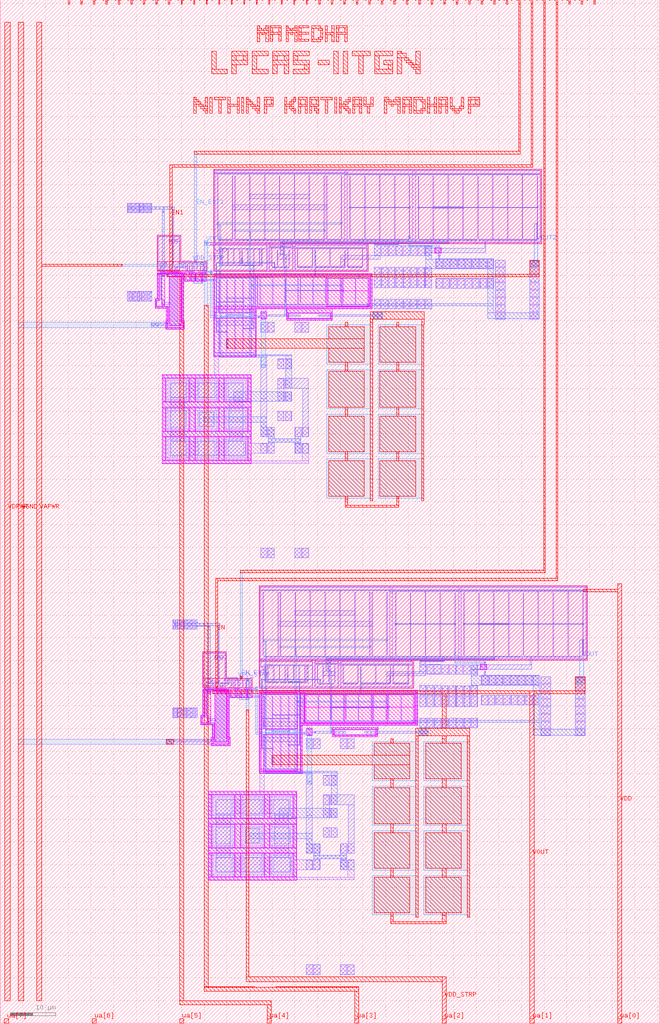
<source format=lef>
VERSION 5.7 ;
  NOWIREEXTENSIONATPIN ON ;
  DIVIDERCHAR "/" ;
  BUSBITCHARS "[]" ;
MACRO tt_um_LPCAS_TP1
  CLASS BLOCK ;
  FOREIGN tt_um_LPCAS_TP1 ;
  ORIGIN 0.000 0.000 ;
  SIZE 145.360 BY 225.760 ;
  PIN VDD
    ANTENNAGATEAREA 32.250000 ;
    ANTENNADIFFAREA 117.460548 ;
    PORT
      LAYER li1 ;
        RECT 57.285 77.470 57.455 77.640 ;
    END
    PORT
      LAYER li1 ;
        RECT 47.225 169.350 47.395 169.520 ;
    END
    PORT
      LAYER met4 ;
        RECT 136.170 0.000 137.070 96.900 ;
    END
  END VDD
  PIN GND
    ANTENNAGATEAREA 481.120178 ;
    ANTENNADIFFAREA 457.449188 ;
    PORT
      LAYER li1 ;
        RECT 50.420 71.930 57.230 72.230 ;
    END
    PORT
      LAYER li1 ;
        RECT 40.360 163.810 47.170 164.110 ;
    END
  END GND
  PIN clk
    PORT
      LAYER met4 ;
        RECT 128.190 224.760 128.490 225.760 ;
    END
  END clk
  PIN ena
    PORT
      LAYER met4 ;
        RECT 130.950 224.760 131.250 225.760 ;
    END
  END ena
  PIN rst_n
    PORT
      LAYER met4 ;
        RECT 125.430 224.760 125.730 225.760 ;
    END
  END rst_n
  PIN ua[0]
    PORT
      LAYER met4 ;
        RECT 136.170 0.000 137.070 1.000 ;
    END
  END ua[0]
  PIN ua[1]
    ANTENNAGATEAREA 18.150000 ;
    ANTENNADIFFAREA 15.650000 ;
    PORT
      LAYER met4 ;
        RECT 116.850 0.000 117.750 1.000 ;
    END
  END ua[1]
  PIN ua[2]
    ANTENNADIFFAREA 7.542800 ;
    PORT
      LAYER met4 ;
        RECT 97.530 0.000 98.430 1.000 ;
    END
  END ua[2]
  PIN ua[3]
    ANTENNAGATEAREA 32.250000 ;
    ANTENNADIFFAREA 117.460548 ;
    PORT
      LAYER met4 ;
        RECT 78.210 0.000 79.110 1.000 ;
    END
  END ua[3]
  PIN ua[4]
    ANTENNAGATEAREA 7.500000 ;
    ANTENNADIFFAREA 10.934999 ;
    PORT
      LAYER met4 ;
        RECT 58.890 0.000 59.790 1.000 ;
    END
  END ua[4]
  PIN ua[5]
    PORT
      LAYER met4 ;
        RECT 39.570 0.000 40.470 1.000 ;
    END
  END ua[5]
  PIN ua[6]
    PORT
      LAYER met4 ;
        RECT 20.250 0.000 21.150 1.000 ;
    END
  END ua[6]
  PIN ua[7]
    PORT
      LAYER met4 ;
        RECT 0.930 0.000 1.830 1.000 ;
    END
  END ua[7]
  PIN ui_in[0]
    ANTENNAGATEAREA 2.950000 ;
    PORT
      LAYER met4 ;
        RECT 122.670 224.760 122.970 225.760 ;
    END
  END ui_in[0]
  PIN ui_in[1]
    ANTENNAGATEAREA 0.300000 ;
    PORT
      LAYER met4 ;
        RECT 119.910 224.760 120.210 225.760 ;
    END
  END ui_in[1]
  PIN ui_in[2]
    ANTENNAGATEAREA 2.950000 ;
    PORT
      LAYER met4 ;
        RECT 117.150 224.760 117.450 225.760 ;
    END
  END ui_in[2]
  PIN ui_in[3]
    ANTENNAGATEAREA 0.300000 ;
    PORT
      LAYER met4 ;
        RECT 114.390 224.760 114.690 225.760 ;
    END
  END ui_in[3]
  PIN ui_in[4]
    PORT
      LAYER met4 ;
        RECT 111.630 224.760 111.930 225.760 ;
    END
  END ui_in[4]
  PIN ui_in[5]
    PORT
      LAYER met4 ;
        RECT 108.870 224.760 109.170 225.760 ;
    END
  END ui_in[5]
  PIN VOUT
    ANTENNAGATEAREA 18.150000 ;
    ANTENNADIFFAREA 15.650000 ;
    PORT
      LAYER met4 ;
        RECT 116.850 0.000 117.740 73.300 ;
    END
    PORT
      LAYER met2 ;
        RECT 127.840 76.170 128.670 84.500 ;
    END
  END VOUT
  PIN ui_in[6]
    PORT
      LAYER met4 ;
        RECT 106.110 224.760 106.410 225.760 ;
    END
  END ui_in[6]
  PIN ui_in[7]
    PORT
      LAYER met4 ;
        RECT 103.350 224.760 103.650 225.760 ;
    END
  END ui_in[7]
  PIN uio_in[0]
    PORT
      LAYER met4 ;
        RECT 100.590 224.760 100.890 225.760 ;
    END
  END uio_in[0]
  PIN uio_in[1]
    PORT
      LAYER met4 ;
        RECT 97.830 224.760 98.130 225.760 ;
    END
  END uio_in[1]
  PIN uio_in[2]
    PORT
      LAYER met4 ;
        RECT 95.070 224.760 95.370 225.760 ;
    END
  END uio_in[2]
  PIN uio_in[3]
    PORT
      LAYER met4 ;
        RECT 92.310 224.760 92.610 225.760 ;
    END
  END uio_in[3]
  PIN uio_in[4]
    PORT
      LAYER met4 ;
        RECT 89.550 224.760 89.850 225.760 ;
    END
  END uio_in[4]
  PIN VDD_STRP
    ANTENNADIFFAREA 7.542800 ;
    PORT
      LAYER met4 ;
        RECT 97.540 0.000 98.420 10.270 ;
    END
    PORT
      LAYER met1 ;
        RECT 52.310 75.585 52.555 75.855 ;
    END
    PORT
      LAYER met1 ;
        RECT 42.250 167.465 42.495 167.735 ;
    END
  END VDD_STRP
  PIN uio_in[5]
    PORT
      LAYER met4 ;
        RECT 86.790 224.760 87.090 225.760 ;
    END
  END uio_in[5]
  PIN uio_in[6]
    PORT
      LAYER met4 ;
        RECT 84.030 224.760 84.330 225.760 ;
    END
  END uio_in[6]
  PIN uio_in[7]
    PORT
      LAYER met4 ;
        RECT 81.270 224.760 81.570 225.760 ;
    END
  END uio_in[7]
  PIN uio_oe[0]
    PORT
      LAYER met4 ;
        RECT 34.350 224.760 34.650 225.760 ;
    END
  END uio_oe[0]
  PIN uio_oe[1]
    PORT
      LAYER met4 ;
        RECT 31.590 224.760 31.890 225.760 ;
    END
  END uio_oe[1]
  PIN EN
    ANTENNAGATEAREA 2.950000 ;
    PORT
      LAYER met4 ;
        RECT 47.480 74.060 47.980 98.130 ;
    END
    PORT
      LAYER met1 ;
        RECT 45.310 73.760 47.665 74.020 ;
    END
  END EN
  PIN uio_oe[2]
    PORT
      LAYER met4 ;
        RECT 28.830 224.760 29.130 225.760 ;
    END
  END uio_oe[2]
  PIN uio_oe[3]
    PORT
      LAYER met4 ;
        RECT 26.070 224.760 26.370 225.760 ;
    END
  END uio_oe[3]
  PIN uio_oe[4]
    PORT
      LAYER met4 ;
        RECT 23.310 224.760 23.610 225.760 ;
    END
  END uio_oe[4]
  PIN uio_oe[5]
    PORT
      LAYER met4 ;
        RECT 20.550 224.760 20.850 225.760 ;
    END
  END uio_oe[5]
  PIN uio_oe[6]
    PORT
      LAYER met4 ;
        RECT 17.790 224.760 18.090 225.760 ;
    END
  END uio_oe[6]
  PIN uio_oe[7]
    PORT
      LAYER met4 ;
        RECT 15.030 224.760 15.330 225.760 ;
    END
  END uio_oe[7]
  PIN uio_out[0]
    PORT
      LAYER met4 ;
        RECT 56.430 224.760 56.730 225.760 ;
    END
  END uio_out[0]
  PIN uio_out[1]
    PORT
      LAYER met4 ;
        RECT 53.670 224.760 53.970 225.760 ;
    END
  END uio_out[1]
  PIN uio_out[2]
    PORT
      LAYER met4 ;
        RECT 50.910 224.760 51.210 225.760 ;
    END
  END uio_out[2]
  PIN uio_out[3]
    PORT
      LAYER met4 ;
        RECT 48.150 224.760 48.450 225.760 ;
    END
  END uio_out[3]
  PIN uio_out[4]
    PORT
      LAYER met4 ;
        RECT 45.390 224.760 45.690 225.760 ;
    END
  END uio_out[4]
  PIN uio_out[5]
    PORT
      LAYER met4 ;
        RECT 42.630 224.760 42.930 225.760 ;
    END
  END uio_out[5]
  PIN uio_out[6]
    PORT
      LAYER met4 ;
        RECT 39.870 224.760 40.170 225.760 ;
    END
  END uio_out[6]
  PIN uio_out[7]
    PORT
      LAYER met4 ;
        RECT 37.110 224.760 37.410 225.760 ;
    END
  END uio_out[7]
  PIN uo_out[0]
    PORT
      LAYER met4 ;
        RECT 78.510 224.760 78.810 225.760 ;
    END
  END uo_out[0]
  PIN uo_out[1]
    PORT
      LAYER met4 ;
        RECT 75.750 224.760 76.050 225.760 ;
    END
  END uo_out[1]
  PIN uo_out[2]
    PORT
      LAYER met4 ;
        RECT 72.990 224.760 73.290 225.760 ;
    END
  END uo_out[2]
  PIN EN1
    ANTENNAGATEAREA 2.950000 ;
    PORT
      LAYER met4 ;
        RECT 37.400 166.020 37.980 189.360 ;
    END
  END EN1
  PIN uo_out[3]
    PORT
      LAYER met4 ;
        RECT 70.230 224.760 70.530 225.760 ;
    END
  END uo_out[3]
  PIN uo_out[4]
    PORT
      LAYER met4 ;
        RECT 67.470 224.760 67.770 225.760 ;
    END
  END uo_out[4]
  PIN uo_out[5]
    PORT
      LAYER met4 ;
        RECT 64.710 224.760 65.010 225.760 ;
    END
  END uo_out[5]
  PIN uo_out[6]
    PORT
      LAYER met4 ;
        RECT 61.950 224.760 62.250 225.760 ;
    END
  END uo_out[6]
  PIN uo_out[7]
    PORT
      LAYER met4 ;
        RECT 59.190 224.760 59.490 225.760 ;
    END
  END uo_out[7]
  PIN VDPWR
    PORT
      LAYER met4 ;
        RECT 1.000 5.000 2.200 220.760 ;
    END
  END VDPWR
  PIN VGND
    USE GROUND ;
    PORT
      LAYER met4 ;
        RECT 4.000 5.000 5.200 220.760 ;
    END
  END VGND
  PIN VAPWR
    ANTENNADIFFAREA 7.542800 ;
    PORT
      LAYER met4 ;
        RECT 8.000 5.000 9.200 220.760 ;
    END
  END VAPWR
  PIN VOUT2
    ANTENNAGATEAREA 7.500000 ;
    ANTENNADIFFAREA 10.934999 ;
    PORT
      LAYER met2 ;
        RECT 117.780 168.050 118.610 176.380 ;
    END
  END VOUT2
  PIN VDD2
    ANTENNAGATEAREA 32.250000 ;
    ANTENNADIFFAREA 117.460548 ;
    PORT
      LAYER met3 ;
        RECT 45.110 171.630 45.440 172.200 ;
    END
  END VDD2
  PIN EN_EXT1
    ANTENNAGATEAREA 0.300000 ;
    PORT
      LAYER met3 ;
        RECT 42.840 168.330 43.360 191.700 ;
    END
  END EN_EXT1
  PIN EN_EXT
    ANTENNAGATEAREA 0.300000 ;
    PORT
      LAYER met1 ;
        RECT 53.090 76.170 53.260 76.340 ;
    END
  END EN_EXT
  OBS
      LAYER nwell ;
        RECT 34.580 167.925 39.810 173.790 ;
        RECT 47.045 171.940 119.455 188.360 ;
        RECT 34.580 165.935 45.535 167.925 ;
        RECT 34.580 165.925 39.810 165.935 ;
        RECT 47.045 165.820 81.145 171.940 ;
      LAYER pwell ;
        RECT 95.800 169.835 97.300 171.095 ;
        RECT 38.060 165.590 39.750 165.620 ;
        RECT 34.630 165.330 40.310 165.590 ;
        RECT 34.630 165.160 40.490 165.330 ;
        RECT 34.630 159.790 35.060 165.160 ;
        RECT 34.140 159.360 35.060 159.790 ;
        RECT 34.140 158.125 34.570 159.360 ;
        RECT 35.580 158.420 36.340 165.010 ;
        RECT 39.880 164.900 40.490 165.160 ;
        RECT 34.140 157.695 37.100 158.125 ;
        RECT 36.670 154.970 37.100 157.695 ;
        RECT 36.525 154.540 37.100 154.970 ;
        RECT 36.525 153.545 36.955 154.540 ;
        RECT 37.250 153.840 39.910 164.740 ;
        RECT 40.060 154.970 40.490 164.900 ;
        RECT 40.640 163.685 41.940 165.585 ;
        RECT 42.110 163.685 43.050 165.585 ;
        RECT 43.080 163.685 44.450 165.585 ;
        RECT 44.545 163.685 45.485 165.585 ;
        RECT 47.040 164.890 82.010 165.320 ;
        RECT 47.040 158.060 72.020 164.890 ;
        RECT 72.030 161.610 75.320 164.370 ;
        RECT 75.340 161.610 81.410 164.370 ;
        RECT 72.030 158.200 75.320 161.600 ;
        RECT 75.340 158.200 81.410 161.600 ;
        RECT 81.580 158.060 82.010 164.890 ;
        RECT 47.040 157.630 82.010 158.060 ;
        RECT 47.040 156.840 56.510 157.630 ;
        RECT 47.040 155.530 47.470 156.840 ;
        RECT 56.080 155.530 56.510 156.840 ;
        RECT 40.060 154.540 40.635 154.970 ;
        RECT 40.205 153.545 40.635 154.540 ;
        RECT 36.525 153.115 40.635 153.545 ;
        RECT 47.040 147.050 56.510 155.530 ;
        RECT 57.480 155.395 58.740 156.895 ;
        RECT 63.210 156.600 73.230 157.630 ;
        RECT 63.210 155.550 63.640 156.600 ;
        RECT 72.800 155.550 73.230 156.600 ;
        RECT 63.210 155.120 73.230 155.550 ;
        RECT 35.780 142.245 55.360 143.010 ;
        RECT 35.780 137.075 36.545 142.245 ;
        RECT 41.715 137.075 42.985 142.245 ;
        RECT 48.155 137.075 49.425 142.245 ;
        RECT 54.595 137.075 55.360 142.245 ;
        RECT 35.780 135.805 55.360 137.075 ;
        RECT 35.780 130.635 36.545 135.805 ;
        RECT 41.715 130.635 42.985 135.805 ;
        RECT 48.155 130.635 49.425 135.805 ;
        RECT 54.595 130.635 55.360 135.805 ;
        RECT 35.780 129.365 55.360 130.635 ;
        RECT 35.780 124.195 36.545 129.365 ;
        RECT 41.715 124.195 42.985 129.365 ;
        RECT 48.155 124.195 49.425 129.365 ;
        RECT 54.595 124.195 55.360 129.365 ;
        RECT 35.780 123.430 55.360 124.195 ;
      LAYER nwell ;
        RECT 44.640 76.045 49.870 81.910 ;
        RECT 57.105 80.060 129.515 96.480 ;
        RECT 44.640 74.055 55.595 76.045 ;
        RECT 44.640 74.045 49.870 74.055 ;
        RECT 57.105 73.940 91.205 80.060 ;
      LAYER pwell ;
        RECT 105.860 77.955 107.360 79.215 ;
        RECT 48.120 73.710 49.810 73.740 ;
        RECT 44.690 73.450 50.370 73.710 ;
        RECT 44.690 73.280 50.550 73.450 ;
        RECT 44.690 67.910 45.120 73.280 ;
        RECT 44.200 67.480 45.120 67.910 ;
        RECT 44.200 66.245 44.630 67.480 ;
        RECT 45.640 66.540 46.400 73.130 ;
        RECT 49.940 73.020 50.550 73.280 ;
        RECT 44.200 65.815 47.160 66.245 ;
        RECT 46.730 63.090 47.160 65.815 ;
        RECT 46.585 62.660 47.160 63.090 ;
        RECT 46.585 61.665 47.015 62.660 ;
        RECT 47.310 61.960 49.970 72.860 ;
        RECT 50.120 63.090 50.550 73.020 ;
        RECT 50.700 71.805 52.000 73.705 ;
        RECT 52.170 71.805 53.110 73.705 ;
        RECT 53.140 71.805 54.510 73.705 ;
        RECT 54.605 71.805 55.545 73.705 ;
        RECT 57.100 73.010 92.070 73.440 ;
        RECT 50.120 62.660 50.695 63.090 ;
        RECT 50.265 61.665 50.695 62.660 ;
        RECT 46.585 61.235 50.695 61.665 ;
        RECT 57.100 55.600 57.530 73.010 ;
        RECT 58.035 64.960 65.665 72.860 ;
        RECT 66.140 66.180 67.010 73.010 ;
        RECT 67.140 69.730 75.990 72.490 ;
        RECT 76.010 69.730 82.080 72.490 ;
        RECT 82.090 69.730 85.380 72.490 ;
        RECT 85.400 69.730 91.470 72.490 ;
        RECT 67.140 66.320 75.990 69.720 ;
        RECT 76.010 66.320 82.080 69.720 ;
        RECT 82.090 66.320 85.380 69.720 ;
        RECT 85.400 66.320 91.470 69.720 ;
        RECT 91.640 66.180 92.070 73.010 ;
        RECT 66.140 65.750 92.070 66.180 ;
        RECT 58.035 55.750 65.665 63.650 ;
        RECT 66.140 55.600 66.570 65.750 ;
        RECT 67.540 63.515 68.800 65.015 ;
        RECT 73.270 64.720 83.290 65.150 ;
        RECT 73.270 63.670 73.700 64.720 ;
        RECT 82.860 63.670 83.290 64.720 ;
        RECT 73.270 63.240 83.290 63.670 ;
        RECT 57.100 55.170 66.570 55.600 ;
        RECT 45.840 50.365 65.420 51.130 ;
        RECT 45.840 45.195 46.605 50.365 ;
        RECT 51.775 45.195 53.045 50.365 ;
        RECT 58.215 45.195 59.485 50.365 ;
        RECT 64.655 45.195 65.420 50.365 ;
        RECT 45.840 43.925 65.420 45.195 ;
        RECT 45.840 38.755 46.605 43.925 ;
        RECT 51.775 38.755 53.045 43.925 ;
        RECT 58.215 38.755 59.485 43.925 ;
        RECT 64.655 38.755 65.420 43.925 ;
        RECT 45.840 37.485 65.420 38.755 ;
        RECT 45.840 32.315 46.605 37.485 ;
        RECT 51.775 32.315 53.045 37.485 ;
        RECT 58.215 32.315 59.485 37.485 ;
        RECT 64.655 32.315 65.420 37.485 ;
        RECT 45.840 31.550 65.420 32.315 ;
      LAYER li1 ;
        RECT 47.225 188.010 119.275 188.180 ;
        RECT 47.225 187.550 47.395 188.010 ;
        RECT 75.845 187.550 76.545 188.010 ;
        RECT 47.225 187.460 76.545 187.550 ;
        RECT 90.915 187.460 91.615 188.010 ;
        RECT 119.105 187.460 119.275 188.010 ;
        RECT 47.225 187.280 119.275 187.460 ;
        RECT 28.020 178.760 28.370 180.920 ;
        RECT 28.580 178.760 28.930 180.920 ;
        RECT 29.140 178.760 29.490 180.920 ;
        RECT 29.700 178.760 30.050 180.920 ;
        RECT 30.260 178.760 30.610 180.920 ;
        RECT 30.820 178.760 31.170 180.920 ;
        RECT 31.380 178.760 31.730 180.920 ;
        RECT 31.940 178.760 32.290 180.920 ;
        RECT 32.500 178.760 32.850 180.920 ;
        RECT 33.060 178.760 33.410 180.920 ;
        RECT 34.760 173.440 39.630 173.610 ;
        RECT 34.760 167.960 34.930 173.440 ;
        RECT 39.460 172.985 39.630 173.440 ;
        RECT 38.895 172.980 39.630 172.985 ;
        RECT 37.260 172.535 39.630 172.980 ;
        RECT 37.260 172.530 39.010 172.535 ;
        RECT 37.260 172.045 37.810 172.530 ;
        RECT 38.460 172.045 39.010 172.530 ;
        RECT 34.760 167.680 36.710 167.960 ;
        RECT 34.760 166.275 34.930 167.680 ;
        RECT 35.270 166.900 35.500 167.230 ;
        RECT 35.710 167.195 36.710 167.680 ;
        RECT 38.020 166.935 38.250 171.990 ;
        RECT 39.460 167.685 39.630 172.535 ;
        RECT 47.225 172.290 47.395 187.280 ;
        RECT 47.885 173.070 48.055 186.930 ;
        RECT 51.165 173.070 51.335 186.930 ;
        RECT 51.695 174.985 51.865 186.930 ;
        RECT 54.975 182.900 55.145 186.930 ;
        RECT 58.250 186.910 58.430 187.280 ;
        RECT 54.975 181.850 55.150 182.900 ;
        RECT 51.695 174.815 51.875 174.985 ;
        RECT 51.695 173.070 51.865 174.815 ;
        RECT 54.975 173.070 55.145 181.850 ;
        RECT 58.255 173.070 58.425 186.910 ;
        RECT 61.535 173.070 61.705 186.930 ;
        RECT 64.810 186.900 64.990 187.280 ;
        RECT 75.845 187.190 119.275 187.280 ;
        RECT 64.815 173.070 64.985 186.900 ;
        RECT 68.095 182.900 68.265 186.930 ;
        RECT 68.090 181.850 68.265 182.900 ;
        RECT 68.095 173.070 68.265 181.850 ;
        RECT 71.375 174.985 71.545 186.930 ;
        RECT 71.365 174.815 71.545 174.985 ;
        RECT 71.375 173.070 71.545 174.815 ;
        RECT 71.905 173.070 72.075 186.930 ;
        RECT 75.185 173.070 75.355 186.930 ;
        RECT 48.110 172.630 51.110 172.860 ;
        RECT 51.920 172.630 54.920 172.860 ;
        RECT 55.200 172.630 58.200 172.860 ;
        RECT 58.480 172.630 61.480 172.860 ;
        RECT 61.760 172.630 64.760 172.860 ;
        RECT 65.040 172.630 68.040 172.860 ;
        RECT 68.320 172.630 71.320 172.860 ;
        RECT 72.130 172.630 75.130 172.860 ;
        RECT 75.845 172.290 76.545 187.190 ;
        RECT 77.085 173.070 77.255 186.840 ;
        RECT 80.365 173.070 80.535 186.840 ;
        RECT 83.640 186.820 83.820 187.190 ;
        RECT 83.645 173.070 83.815 186.820 ;
        RECT 86.925 173.070 87.095 186.840 ;
        RECT 90.205 173.070 90.375 186.840 ;
        RECT 77.310 172.630 80.310 172.860 ;
        RECT 80.590 172.630 83.590 172.860 ;
        RECT 83.870 172.630 86.870 172.860 ;
        RECT 87.150 172.630 90.150 172.860 ;
        RECT 90.915 172.290 91.615 187.190 ;
        RECT 92.155 173.070 92.325 186.840 ;
        RECT 95.435 173.070 95.605 186.840 ;
        RECT 98.715 173.070 98.885 187.190 ;
        RECT 101.995 173.070 102.165 186.840 ;
        RECT 105.275 173.070 105.445 186.840 ;
        RECT 108.550 186.790 108.730 187.190 ;
        RECT 108.555 173.070 108.725 186.790 ;
        RECT 111.835 172.860 112.005 186.840 ;
        RECT 115.110 186.770 115.290 187.190 ;
        RECT 115.115 173.070 115.285 186.770 ;
        RECT 118.395 173.070 118.565 186.840 ;
        RECT 92.380 172.630 95.380 172.860 ;
        RECT 95.660 172.630 98.660 172.860 ;
        RECT 98.940 172.630 101.940 172.860 ;
        RECT 102.220 172.630 105.220 172.860 ;
        RECT 105.500 172.630 108.500 172.860 ;
        RECT 108.780 172.630 115.060 172.860 ;
        RECT 115.340 172.630 118.340 172.860 ;
        RECT 119.105 172.290 119.275 187.190 ;
        RECT 47.225 172.200 119.275 172.290 ;
        RECT 46.330 172.120 119.275 172.200 ;
        RECT 46.330 171.760 47.520 172.120 ;
        RECT 58.460 171.760 58.750 172.120 ;
        RECT 46.330 171.610 58.905 171.760 ;
        RECT 59.270 171.750 59.560 172.120 ;
        RECT 64.250 171.750 64.600 172.120 ;
        RECT 64.960 171.755 65.310 172.120 ;
        RECT 80.500 171.760 80.960 172.120 ;
        RECT 76.015 171.755 80.965 171.760 ;
        RECT 47.225 171.590 58.905 171.610 ;
        RECT 47.225 170.490 47.395 171.590 ;
        RECT 58.735 170.940 58.905 171.590 ;
        RECT 56.870 170.935 58.905 170.940 ;
        RECT 48.875 170.705 51.605 170.935 ;
        RECT 48.285 170.490 48.555 170.495 ;
        RECT 47.225 169.860 48.555 170.490 ;
        RECT 47.225 169.520 47.395 169.860 ;
        RECT 40.170 167.920 42.190 168.220 ;
        RECT 42.915 167.955 43.295 168.315 ;
        RECT 39.410 167.515 39.680 167.685 ;
        RECT 35.710 166.765 38.250 166.935 ;
        RECT 38.460 166.765 39.010 166.935 ;
        RECT 39.460 166.275 39.630 167.515 ;
        RECT 40.170 166.700 40.470 167.920 ;
        RECT 40.780 167.465 41.870 167.735 ;
        RECT 42.250 167.465 42.910 167.735 ;
        RECT 43.290 167.465 44.310 167.735 ;
        RECT 44.685 167.465 45.345 167.735 ;
        RECT 34.760 166.105 39.630 166.275 ;
        RECT 37.570 165.880 37.810 165.890 ;
        RECT 40.370 165.880 40.610 165.970 ;
        RECT 37.570 165.660 40.610 165.880 ;
        RECT 40.810 165.915 40.980 167.115 ;
        RECT 41.240 166.115 41.410 167.465 ;
        RECT 41.670 165.930 41.840 167.115 ;
        RECT 42.280 166.115 42.450 167.465 ;
        RECT 41.670 165.915 42.530 165.930 ;
        RECT 40.810 165.745 42.530 165.915 ;
        RECT 37.570 165.650 37.810 165.660 ;
        RECT 40.370 165.580 40.610 165.660 ;
        RECT 41.670 165.630 42.530 165.745 ;
        RECT 38.190 165.460 39.620 165.490 ;
        RECT 34.760 165.320 40.180 165.460 ;
        RECT 41.670 165.455 41.840 165.630 ;
        RECT 34.760 165.290 38.360 165.320 ;
        RECT 39.450 165.290 40.180 165.320 ;
        RECT 28.020 159.260 28.370 161.420 ;
        RECT 28.580 159.260 28.930 161.420 ;
        RECT 29.140 159.260 29.490 161.420 ;
        RECT 29.700 159.260 30.050 161.420 ;
        RECT 30.260 159.260 30.610 161.420 ;
        RECT 30.820 159.260 31.170 161.420 ;
        RECT 31.380 159.260 31.730 161.420 ;
        RECT 31.940 159.260 32.290 161.420 ;
        RECT 32.500 159.260 32.850 161.420 ;
        RECT 33.060 159.260 33.410 161.420 ;
        RECT 34.760 159.660 34.930 165.290 ;
        RECT 40.010 165.200 40.180 165.290 ;
        RECT 35.710 164.670 36.210 164.840 ;
        RECT 36.830 164.670 37.230 165.120 ;
        RECT 40.010 165.030 40.360 165.200 ;
        RECT 37.850 164.850 39.740 165.020 ;
        RECT 34.270 159.490 34.930 159.660 ;
        RECT 35.270 159.615 35.500 164.615 ;
        RECT 34.270 157.995 34.440 159.490 ;
        RECT 35.710 157.995 36.210 159.560 ;
        RECT 34.270 157.825 36.970 157.995 ;
        RECT 36.800 154.840 36.970 157.825 ;
        RECT 36.655 154.670 36.970 154.840 ;
        RECT 36.655 154.250 36.825 154.670 ;
        RECT 37.420 154.250 37.590 164.610 ;
        RECT 37.850 154.610 38.020 164.850 ;
        RECT 38.280 154.250 38.450 164.610 ;
        RECT 38.710 154.610 38.880 164.850 ;
        RECT 39.140 154.250 39.310 164.610 ;
        RECT 39.570 154.610 39.740 164.850 ;
        RECT 40.190 154.840 40.360 165.030 ;
        RECT 40.810 164.110 40.980 165.455 ;
        RECT 41.600 165.285 41.840 165.455 ;
        RECT 41.600 164.455 41.770 165.285 ;
        RECT 42.280 164.110 42.450 165.455 ;
        RECT 42.710 164.800 42.880 167.115 ;
        RECT 43.320 166.115 43.490 167.465 ;
        RECT 44.720 167.180 44.890 167.465 ;
        RECT 44.110 165.930 44.280 167.115 ;
        RECT 44.700 167.010 44.890 167.180 ;
        RECT 44.715 166.115 44.885 167.010 ;
        RECT 44.110 165.870 44.940 165.930 ;
        RECT 43.680 165.630 44.940 165.870 ;
        RECT 45.145 165.920 45.315 167.115 ;
        RECT 47.225 166.170 47.395 169.350 ;
        RECT 48.285 167.495 48.555 169.860 ;
        RECT 48.875 167.285 49.045 170.705 ;
        RECT 50.155 167.285 50.325 170.705 ;
        RECT 51.435 167.495 51.605 170.705 ;
        RECT 54.525 170.705 58.905 170.935 ;
        RECT 52.715 167.285 52.885 170.495 ;
        RECT 53.245 167.495 53.415 170.495 ;
        RECT 54.525 167.495 54.695 170.705 ;
        RECT 55.805 167.495 55.975 170.705 ;
        RECT 56.870 170.700 58.905 170.705 ;
        RECT 57.085 167.285 57.255 170.700 ;
        RECT 57.575 167.495 57.845 170.495 ;
        RECT 48.875 167.055 51.380 167.285 ;
        RECT 51.660 167.055 52.885 167.285 ;
        RECT 53.470 167.055 54.470 167.285 ;
        RECT 54.750 167.055 55.750 167.285 ;
        RECT 56.030 167.055 57.255 167.285 ;
        RECT 58.735 166.170 58.905 170.700 ;
        RECT 47.225 166.000 58.905 166.170 ;
        RECT 59.265 171.670 64.600 171.750 ;
        RECT 59.265 171.580 64.595 171.670 ;
        RECT 59.265 171.240 59.435 171.580 ;
        RECT 64.425 171.240 64.595 171.580 ;
        RECT 64.955 171.590 80.965 171.755 ;
        RECT 64.955 171.585 76.185 171.590 ;
        RECT 64.955 171.240 65.125 171.585 ;
        RECT 59.265 171.150 65.130 171.240 ;
        RECT 80.795 171.150 80.965 171.590 ;
        RECT 59.265 170.970 80.965 171.150 ;
        RECT 59.265 166.170 59.435 170.970 ;
        RECT 59.815 167.070 59.985 170.970 ;
        RECT 61.095 167.070 61.265 170.620 ;
        RECT 62.375 167.070 62.545 170.970 ;
        RECT 64.370 170.880 80.965 170.970 ;
        RECT 63.655 167.070 63.825 170.620 ;
        RECT 60.040 166.630 61.040 166.860 ;
        RECT 61.320 166.630 62.320 166.860 ;
        RECT 62.600 166.630 63.600 166.860 ;
        RECT 64.425 166.170 64.595 170.880 ;
        RECT 59.265 166.000 64.595 166.170 ;
        RECT 64.955 166.170 65.125 170.880 ;
        RECT 65.485 166.945 65.655 170.880 ;
        RECT 68.765 166.945 68.935 170.880 ;
        RECT 69.375 167.155 69.545 170.530 ;
        RECT 72.655 167.155 72.825 170.880 ;
        RECT 75.935 166.945 76.105 170.530 ;
        RECT 65.485 166.715 68.935 166.945 ;
        RECT 69.600 166.715 72.600 166.945 ;
        RECT 72.880 166.715 76.105 166.945 ;
        RECT 76.545 166.945 76.715 170.880 ;
        RECT 79.825 166.945 79.995 170.880 ;
        RECT 76.545 166.715 79.995 166.945 ;
        RECT 80.795 166.170 80.965 170.880 ;
        RECT 82.450 169.300 83.860 171.460 ;
        RECT 84.070 169.300 85.480 171.460 ;
        RECT 85.690 169.300 87.100 171.460 ;
        RECT 87.310 169.300 88.720 171.460 ;
        RECT 88.930 169.300 90.340 171.460 ;
        RECT 90.550 169.300 91.960 171.460 ;
        RECT 92.170 169.300 93.580 171.460 ;
        RECT 93.790 169.300 95.200 171.460 ;
        RECT 96.745 171.290 96.915 171.620 ;
        RECT 95.940 169.965 96.700 170.965 ;
        RECT 96.960 169.965 97.130 170.965 ;
        RECT 96.650 169.150 97.000 169.510 ;
        RECT 64.955 166.000 80.965 166.170 ;
        RECT 42.650 164.470 42.950 164.800 ;
        RECT 42.710 164.455 42.880 164.470 ;
        RECT 43.250 164.110 43.420 165.455 ;
        RECT 43.680 164.455 43.850 165.630 ;
        RECT 45.145 165.600 45.730 165.920 ;
        RECT 44.110 164.110 44.280 165.455 ;
        RECT 44.715 164.110 44.885 165.455 ;
        RECT 45.145 164.455 45.315 165.600 ;
        RECT 47.170 165.020 81.880 165.190 ;
        RECT 47.170 164.600 47.340 165.020 ;
        RECT 47.170 164.330 55.465 164.600 ;
        RECT 44.350 163.280 44.690 163.630 ;
        RECT 40.190 154.670 40.505 154.840 ;
        RECT 40.335 154.250 40.505 154.670 ;
        RECT 36.655 153.980 40.505 154.250 ;
        RECT 36.655 153.415 36.825 153.980 ;
        RECT 40.335 153.415 40.505 153.980 ;
        RECT 36.655 153.245 40.505 153.415 ;
        RECT 47.170 148.040 47.340 164.330 ;
        RECT 48.145 156.970 48.315 163.970 ;
        RECT 49.925 156.970 50.095 163.970 ;
        RECT 51.705 156.970 51.875 163.970 ;
        RECT 53.485 156.970 53.655 163.970 ;
        RECT 55.265 162.950 55.435 163.970 ;
        RECT 55.265 162.650 55.690 162.950 ;
        RECT 55.265 156.970 55.435 162.650 ;
        RECT 56.210 157.930 56.380 165.020 ;
        RECT 56.650 164.680 56.820 165.020 ;
        RECT 81.710 164.680 81.880 165.020 ;
        RECT 56.630 164.450 59.975 164.680 ;
        RECT 60.255 164.450 62.755 164.680 ;
        RECT 63.035 164.450 65.535 164.680 ;
        RECT 66.120 164.450 68.845 164.680 ;
        RECT 69.125 164.450 71.955 164.680 ;
        RECT 72.425 164.450 74.925 164.680 ;
        RECT 75.735 164.450 78.235 164.680 ;
        RECT 78.515 164.450 81.880 164.680 ;
        RECT 82.450 164.610 83.860 166.770 ;
        RECT 84.070 164.610 85.480 166.770 ;
        RECT 85.690 164.610 87.100 166.770 ;
        RECT 87.310 164.610 88.720 166.770 ;
        RECT 88.930 164.610 90.340 166.770 ;
        RECT 90.550 164.610 91.960 166.770 ;
        RECT 92.170 164.610 93.580 166.770 ;
        RECT 93.790 164.610 95.200 166.770 ;
        RECT 96.090 166.480 97.500 168.640 ;
        RECT 97.710 166.480 99.120 168.640 ;
        RECT 99.330 166.480 100.740 168.640 ;
        RECT 100.950 166.480 102.360 168.640 ;
        RECT 102.570 166.480 103.980 168.640 ;
        RECT 104.190 166.480 105.600 168.640 ;
        RECT 105.810 166.480 107.220 168.640 ;
        RECT 107.430 166.480 108.840 168.640 ;
        RECT 109.180 166.880 111.340 168.290 ;
        RECT 116.780 166.880 118.940 168.290 ;
        RECT 109.180 165.230 111.340 166.640 ;
        RECT 116.780 165.230 118.940 166.640 ;
        RECT 56.650 158.610 56.820 164.450 ;
        RECT 57.250 158.610 57.420 164.450 ;
        RECT 60.030 158.610 60.200 164.240 ;
        RECT 62.810 158.970 62.980 164.240 ;
        RECT 65.590 158.610 65.760 164.240 ;
        RECT 66.120 158.970 66.290 164.450 ;
        RECT 68.900 158.610 69.070 164.240 ;
        RECT 71.680 158.970 71.850 164.450 ;
        RECT 72.200 158.610 72.370 164.240 ;
        RECT 74.980 158.970 75.150 164.240 ;
        RECT 75.510 158.970 75.680 164.240 ;
        RECT 78.290 158.610 78.460 164.240 ;
        RECT 81.070 158.610 81.240 164.450 ;
        RECT 81.710 158.610 81.880 164.450 ;
        RECT 82.450 162.240 83.860 164.400 ;
        RECT 84.070 162.240 85.480 164.400 ;
        RECT 85.690 162.240 87.100 164.400 ;
        RECT 87.310 162.240 88.720 164.400 ;
        RECT 88.930 162.240 90.340 164.400 ;
        RECT 90.550 162.240 91.960 164.400 ;
        RECT 92.170 162.240 93.580 164.400 ;
        RECT 93.790 162.240 95.200 164.400 ;
        RECT 96.090 162.120 97.500 164.280 ;
        RECT 97.710 162.120 99.120 164.280 ;
        RECT 99.330 162.120 100.740 164.280 ;
        RECT 100.950 162.120 102.360 164.280 ;
        RECT 102.570 162.120 103.980 164.280 ;
        RECT 104.190 162.120 105.600 164.280 ;
        RECT 105.810 162.120 107.220 164.280 ;
        RECT 107.430 162.120 108.840 164.280 ;
        RECT 109.180 163.580 111.340 164.990 ;
        RECT 116.780 163.580 118.940 164.990 ;
        RECT 109.180 161.920 111.340 163.330 ;
        RECT 116.780 161.920 118.940 163.330 ;
        RECT 109.180 160.280 111.340 161.690 ;
        RECT 116.780 160.280 118.940 161.690 ;
        RECT 56.650 158.340 81.880 158.610 ;
        RECT 56.650 157.930 56.820 158.340 ;
        RECT 63.340 157.930 73.280 157.940 ;
        RECT 81.710 157.930 81.880 158.340 ;
        RECT 56.210 157.760 81.880 157.930 ;
        RECT 48.370 156.530 49.870 156.760 ;
        RECT 50.150 156.530 51.650 156.760 ;
        RECT 51.930 156.530 53.430 156.760 ;
        RECT 53.710 156.530 55.210 156.760 ;
        RECT 48.370 155.610 49.870 155.840 ;
        RECT 50.150 155.610 51.650 155.840 ;
        RECT 51.930 155.610 53.430 155.840 ;
        RECT 53.710 155.610 55.210 155.840 ;
        RECT 48.145 148.400 48.315 155.400 ;
        RECT 49.925 150.770 50.095 155.400 ;
        RECT 49.920 149.000 50.100 150.770 ;
        RECT 49.925 148.400 50.095 149.000 ;
        RECT 51.705 148.400 51.875 155.400 ;
        RECT 53.485 148.400 53.655 155.400 ;
        RECT 55.265 148.400 55.435 155.400 ;
        RECT 56.210 148.040 56.380 157.760 ;
        RECT 57.610 156.485 58.610 157.760 ;
        RECT 63.340 156.740 73.280 157.760 ;
        RECT 82.450 157.550 83.860 159.710 ;
        RECT 84.070 157.550 85.480 159.710 ;
        RECT 85.690 157.550 87.100 159.710 ;
        RECT 87.310 157.550 88.720 159.710 ;
        RECT 88.930 157.550 90.340 159.710 ;
        RECT 90.550 157.550 91.960 159.710 ;
        RECT 92.170 157.550 93.580 159.710 ;
        RECT 93.790 157.550 95.200 159.710 ;
        RECT 109.180 158.630 111.340 160.040 ;
        RECT 116.780 158.630 118.940 160.040 ;
        RECT 109.180 156.980 111.340 158.390 ;
        RECT 116.780 156.980 118.940 158.390 ;
        RECT 63.340 156.730 73.100 156.740 ;
        RECT 56.880 155.690 57.230 156.030 ;
        RECT 57.610 155.995 59.500 156.165 ;
        RECT 57.610 155.565 58.610 155.735 ;
        RECT 63.340 155.420 63.510 156.730 ;
        RECT 63.990 155.900 66.150 156.250 ;
        RECT 70.290 155.900 72.450 156.250 ;
        RECT 72.930 155.420 73.100 156.730 ;
        RECT 63.340 155.250 73.100 155.420 ;
        RECT 109.180 155.330 111.340 156.740 ;
        RECT 116.780 155.330 118.940 156.740 ;
        RECT 57.430 152.440 58.840 154.600 ;
        RECT 59.080 152.440 60.490 154.600 ;
        RECT 64.980 152.440 66.390 154.600 ;
        RECT 66.630 152.440 68.040 154.600 ;
        RECT 47.170 147.770 56.380 148.040 ;
        RECT 47.170 147.350 47.340 147.770 ;
        RECT 56.210 147.350 56.380 147.770 ;
        RECT 47.170 147.180 56.380 147.350 ;
        RECT 47.170 142.880 48.200 147.180 ;
        RECT 61.180 144.370 64.290 146.530 ;
        RECT 35.910 142.385 55.230 142.880 ;
        RECT 35.910 136.935 36.405 142.385 ;
        RECT 36.725 141.705 41.535 142.065 ;
        RECT 36.725 137.615 37.085 141.705 ;
        RECT 37.395 137.925 40.865 141.395 ;
        RECT 41.175 137.615 41.535 141.705 ;
        RECT 36.725 137.255 41.535 137.615 ;
        RECT 41.180 136.935 41.530 137.255 ;
        RECT 41.855 136.935 42.845 142.385 ;
        RECT 43.165 141.705 47.975 142.065 ;
        RECT 43.165 137.615 43.525 141.705 ;
        RECT 43.835 137.925 47.305 141.395 ;
        RECT 47.615 137.615 47.975 141.705 ;
        RECT 43.165 137.255 47.975 137.615 ;
        RECT 43.170 136.935 43.520 137.255 ;
        RECT 47.620 136.935 47.970 137.255 ;
        RECT 48.295 136.935 49.285 142.385 ;
        RECT 49.605 141.705 54.415 142.065 ;
        RECT 49.605 137.615 49.965 141.705 ;
        RECT 50.275 137.925 53.745 141.395 ;
        RECT 54.055 137.940 54.415 141.705 ;
        RECT 54.055 137.615 54.420 137.940 ;
        RECT 49.605 137.255 54.420 137.615 ;
        RECT 49.610 136.935 49.960 137.255 ;
        RECT 54.070 136.935 54.420 137.255 ;
        RECT 54.735 136.935 55.230 142.385 ;
        RECT 61.180 137.170 62.590 142.240 ;
        RECT 62.880 140.080 64.290 142.240 ;
        RECT 62.880 137.170 64.290 139.330 ;
        RECT 35.910 135.945 55.230 136.935 ;
        RECT 35.910 130.495 36.405 135.945 ;
        RECT 41.180 135.625 41.530 135.945 ;
        RECT 36.725 135.265 41.535 135.625 ;
        RECT 36.725 131.175 37.085 135.265 ;
        RECT 37.395 131.485 40.865 134.955 ;
        RECT 41.175 131.175 41.535 135.265 ;
        RECT 36.725 130.815 41.535 131.175 ;
        RECT 41.180 130.495 41.530 130.815 ;
        RECT 41.855 130.495 42.845 135.945 ;
        RECT 43.170 135.625 43.520 135.945 ;
        RECT 47.620 135.625 47.970 135.945 ;
        RECT 43.165 135.265 47.975 135.625 ;
        RECT 43.165 131.175 43.525 135.265 ;
        RECT 43.835 131.485 47.305 134.955 ;
        RECT 47.615 131.175 47.975 135.265 ;
        RECT 43.165 130.815 47.975 131.175 ;
        RECT 43.170 130.495 43.520 130.815 ;
        RECT 47.620 130.495 47.970 130.815 ;
        RECT 48.295 130.495 49.285 135.945 ;
        RECT 49.610 135.625 49.960 135.945 ;
        RECT 54.070 135.625 54.420 135.945 ;
        RECT 49.605 135.265 54.420 135.625 ;
        RECT 49.605 131.175 49.965 135.265 ;
        RECT 50.275 131.485 53.745 134.955 ;
        RECT 54.055 131.175 54.420 135.265 ;
        RECT 49.605 130.815 54.420 131.175 ;
        RECT 49.610 130.495 49.960 130.815 ;
        RECT 54.070 130.495 54.420 130.815 ;
        RECT 54.735 130.495 55.230 135.945 ;
        RECT 61.180 132.880 64.290 135.040 ;
        RECT 35.910 129.505 55.230 130.495 ;
        RECT 35.910 124.055 36.405 129.505 ;
        RECT 41.180 129.185 41.530 129.505 ;
        RECT 36.725 128.825 41.535 129.185 ;
        RECT 36.725 124.735 37.085 128.825 ;
        RECT 37.395 125.045 40.865 128.515 ;
        RECT 41.175 124.735 41.535 128.825 ;
        RECT 36.725 124.375 41.535 124.735 ;
        RECT 41.855 124.055 42.845 129.505 ;
        RECT 43.170 129.185 43.520 129.505 ;
        RECT 47.620 129.185 47.970 129.505 ;
        RECT 43.165 128.825 47.975 129.185 ;
        RECT 43.165 124.735 43.525 128.825 ;
        RECT 43.835 125.045 47.305 128.515 ;
        RECT 47.615 124.735 47.975 128.825 ;
        RECT 43.165 124.375 47.975 124.735 ;
        RECT 48.295 124.055 49.285 129.505 ;
        RECT 49.610 129.185 49.960 129.505 ;
        RECT 54.070 129.185 54.420 129.505 ;
        RECT 49.605 128.830 54.420 129.185 ;
        RECT 49.605 128.825 54.415 128.830 ;
        RECT 49.605 124.735 49.965 128.825 ;
        RECT 50.275 125.045 53.745 128.515 ;
        RECT 54.055 124.735 54.415 128.825 ;
        RECT 49.605 124.375 54.415 124.735 ;
        RECT 54.735 127.900 55.230 129.505 ;
        RECT 57.430 129.330 58.840 131.490 ;
        RECT 59.080 129.330 60.490 131.490 ;
        RECT 64.980 129.330 66.390 131.490 ;
        RECT 66.630 129.330 68.040 131.490 ;
        RECT 54.735 125.740 58.840 127.900 ;
        RECT 59.080 125.740 60.490 127.900 ;
        RECT 64.980 125.740 66.390 127.900 ;
        RECT 54.735 124.060 55.230 125.740 ;
        RECT 66.630 124.060 68.040 127.900 ;
        RECT 54.620 124.055 68.040 124.060 ;
        RECT 35.910 123.560 68.040 124.055 ;
        RECT 57.430 102.630 58.840 104.790 ;
        RECT 59.080 102.630 60.490 104.790 ;
        RECT 64.980 102.630 66.390 104.790 ;
        RECT 66.630 102.630 68.040 104.790 ;
        RECT 57.285 96.130 129.335 96.300 ;
        RECT 57.285 95.670 57.455 96.130 ;
        RECT 85.905 95.670 86.605 96.130 ;
        RECT 57.285 95.580 86.605 95.670 ;
        RECT 100.975 95.580 101.675 96.130 ;
        RECT 129.165 95.580 129.335 96.130 ;
        RECT 57.285 95.400 129.335 95.580 ;
        RECT 38.080 86.880 38.430 89.040 ;
        RECT 38.640 86.880 38.990 89.040 ;
        RECT 39.200 86.880 39.550 89.040 ;
        RECT 39.760 86.880 40.110 89.040 ;
        RECT 40.320 86.880 40.670 89.040 ;
        RECT 40.880 86.880 41.230 89.040 ;
        RECT 41.440 86.880 41.790 89.040 ;
        RECT 42.000 86.880 42.350 89.040 ;
        RECT 42.560 86.880 42.910 89.040 ;
        RECT 43.120 86.880 43.470 89.040 ;
        RECT 44.820 81.560 49.690 81.730 ;
        RECT 44.820 76.080 44.990 81.560 ;
        RECT 49.520 81.105 49.690 81.560 ;
        RECT 48.955 81.100 49.690 81.105 ;
        RECT 47.320 80.655 49.690 81.100 ;
        RECT 47.320 80.650 49.070 80.655 ;
        RECT 47.320 80.165 47.870 80.650 ;
        RECT 48.520 80.165 49.070 80.650 ;
        RECT 44.820 75.800 46.770 76.080 ;
        RECT 44.820 74.395 44.990 75.800 ;
        RECT 45.330 75.020 45.560 75.350 ;
        RECT 45.770 75.315 46.770 75.800 ;
        RECT 48.080 75.055 48.310 80.110 ;
        RECT 49.520 75.805 49.690 80.655 ;
        RECT 57.285 80.410 57.455 95.400 ;
        RECT 57.945 81.190 58.115 95.050 ;
        RECT 61.225 81.190 61.395 95.050 ;
        RECT 61.755 83.105 61.925 95.050 ;
        RECT 65.035 91.020 65.205 95.050 ;
        RECT 68.310 95.030 68.490 95.400 ;
        RECT 65.035 89.970 65.210 91.020 ;
        RECT 61.755 82.935 61.935 83.105 ;
        RECT 61.755 81.190 61.925 82.935 ;
        RECT 65.035 81.190 65.205 89.970 ;
        RECT 68.315 81.190 68.485 95.030 ;
        RECT 71.595 81.190 71.765 95.050 ;
        RECT 74.870 95.020 75.050 95.400 ;
        RECT 85.905 95.310 129.335 95.400 ;
        RECT 74.875 81.190 75.045 95.020 ;
        RECT 78.155 91.020 78.325 95.050 ;
        RECT 78.150 89.970 78.325 91.020 ;
        RECT 78.155 81.190 78.325 89.970 ;
        RECT 81.435 83.105 81.605 95.050 ;
        RECT 81.425 82.935 81.605 83.105 ;
        RECT 81.435 81.190 81.605 82.935 ;
        RECT 81.965 81.190 82.135 95.050 ;
        RECT 85.245 81.190 85.415 95.050 ;
        RECT 58.170 80.750 61.170 80.980 ;
        RECT 61.980 80.750 64.980 80.980 ;
        RECT 65.260 80.750 68.260 80.980 ;
        RECT 68.540 80.750 71.540 80.980 ;
        RECT 71.820 80.750 74.820 80.980 ;
        RECT 75.100 80.750 78.100 80.980 ;
        RECT 78.380 80.750 81.380 80.980 ;
        RECT 82.190 80.750 85.190 80.980 ;
        RECT 85.905 80.410 86.605 95.310 ;
        RECT 87.145 81.190 87.315 94.960 ;
        RECT 90.425 81.190 90.595 94.960 ;
        RECT 93.700 94.940 93.880 95.310 ;
        RECT 93.705 81.190 93.875 94.940 ;
        RECT 96.985 81.190 97.155 94.960 ;
        RECT 100.265 81.190 100.435 94.960 ;
        RECT 87.370 80.750 90.370 80.980 ;
        RECT 90.650 80.750 93.650 80.980 ;
        RECT 93.930 80.750 96.930 80.980 ;
        RECT 97.210 80.750 100.210 80.980 ;
        RECT 100.975 80.410 101.675 95.310 ;
        RECT 102.215 81.190 102.385 94.960 ;
        RECT 105.495 81.190 105.665 94.960 ;
        RECT 108.775 81.190 108.945 95.310 ;
        RECT 112.055 81.190 112.225 94.960 ;
        RECT 115.335 81.190 115.505 94.960 ;
        RECT 118.610 94.910 118.790 95.310 ;
        RECT 118.615 81.190 118.785 94.910 ;
        RECT 121.895 80.980 122.065 94.960 ;
        RECT 125.170 94.890 125.350 95.310 ;
        RECT 125.175 81.190 125.345 94.890 ;
        RECT 128.455 81.190 128.625 94.960 ;
        RECT 102.440 80.750 105.440 80.980 ;
        RECT 105.720 80.750 108.720 80.980 ;
        RECT 109.000 80.750 112.000 80.980 ;
        RECT 112.280 80.750 115.280 80.980 ;
        RECT 115.560 80.750 118.560 80.980 ;
        RECT 118.840 80.750 125.120 80.980 ;
        RECT 125.400 80.750 128.400 80.980 ;
        RECT 129.165 80.410 129.335 95.310 ;
        RECT 57.285 80.240 129.335 80.410 ;
        RECT 57.290 79.880 57.580 80.240 ;
        RECT 68.520 79.880 68.810 80.240 ;
        RECT 57.285 79.710 68.965 79.880 ;
        RECT 69.330 79.870 69.620 80.240 ;
        RECT 74.310 79.870 74.660 80.240 ;
        RECT 75.020 79.875 75.370 80.240 ;
        RECT 90.560 79.880 91.020 80.240 ;
        RECT 86.075 79.875 91.025 79.880 ;
        RECT 57.285 78.610 57.455 79.710 ;
        RECT 68.795 79.060 68.965 79.710 ;
        RECT 66.930 79.055 68.965 79.060 ;
        RECT 58.935 78.825 61.665 79.055 ;
        RECT 58.345 78.610 58.615 78.615 ;
        RECT 57.285 77.980 58.615 78.610 ;
        RECT 57.285 77.640 57.455 77.980 ;
        RECT 50.230 76.040 52.250 76.340 ;
        RECT 52.975 76.075 53.355 76.435 ;
        RECT 49.470 75.635 49.740 75.805 ;
        RECT 45.770 74.885 48.310 75.055 ;
        RECT 48.520 74.885 49.070 75.055 ;
        RECT 49.520 74.395 49.690 75.635 ;
        RECT 50.230 74.820 50.530 76.040 ;
        RECT 50.840 75.585 51.930 75.855 ;
        RECT 52.310 75.585 52.970 75.855 ;
        RECT 53.350 75.585 54.370 75.855 ;
        RECT 54.745 75.585 55.405 75.855 ;
        RECT 44.820 74.225 49.690 74.395 ;
        RECT 47.630 74.000 47.870 74.010 ;
        RECT 50.430 74.000 50.670 74.090 ;
        RECT 47.630 73.780 50.670 74.000 ;
        RECT 50.870 74.035 51.040 75.235 ;
        RECT 51.300 74.235 51.470 75.585 ;
        RECT 51.730 74.050 51.900 75.235 ;
        RECT 52.340 74.235 52.510 75.585 ;
        RECT 51.730 74.035 52.590 74.050 ;
        RECT 50.870 73.865 52.590 74.035 ;
        RECT 47.630 73.770 47.870 73.780 ;
        RECT 50.430 73.700 50.670 73.780 ;
        RECT 51.730 73.750 52.590 73.865 ;
        RECT 48.250 73.580 49.680 73.610 ;
        RECT 44.820 73.440 50.240 73.580 ;
        RECT 51.730 73.575 51.900 73.750 ;
        RECT 44.820 73.410 48.420 73.440 ;
        RECT 49.510 73.410 50.240 73.440 ;
        RECT 38.080 67.380 38.430 69.540 ;
        RECT 38.640 67.380 38.990 69.540 ;
        RECT 39.200 67.380 39.550 69.540 ;
        RECT 39.760 67.380 40.110 69.540 ;
        RECT 40.320 67.380 40.670 69.540 ;
        RECT 40.880 67.380 41.230 69.540 ;
        RECT 41.440 67.380 41.790 69.540 ;
        RECT 42.000 67.380 42.350 69.540 ;
        RECT 42.560 67.380 42.910 69.540 ;
        RECT 43.120 67.380 43.470 69.540 ;
        RECT 44.820 67.780 44.990 73.410 ;
        RECT 50.070 73.320 50.240 73.410 ;
        RECT 45.770 72.790 46.270 72.960 ;
        RECT 46.890 72.790 47.290 73.240 ;
        RECT 50.070 73.150 50.420 73.320 ;
        RECT 47.910 72.970 49.800 73.140 ;
        RECT 44.330 67.610 44.990 67.780 ;
        RECT 45.330 67.735 45.560 72.735 ;
        RECT 44.330 66.115 44.500 67.610 ;
        RECT 45.770 66.115 46.270 67.680 ;
        RECT 44.330 65.945 47.030 66.115 ;
        RECT 46.860 62.960 47.030 65.945 ;
        RECT 46.715 62.790 47.030 62.960 ;
        RECT 46.715 62.670 46.885 62.790 ;
        RECT 45.640 62.370 46.885 62.670 ;
        RECT 47.480 62.370 47.650 72.730 ;
        RECT 47.910 62.730 48.080 72.970 ;
        RECT 48.340 62.370 48.510 72.730 ;
        RECT 48.770 62.730 48.940 72.970 ;
        RECT 49.200 62.370 49.370 72.730 ;
        RECT 49.630 62.730 49.800 72.970 ;
        RECT 50.250 62.960 50.420 73.150 ;
        RECT 50.870 72.230 51.040 73.575 ;
        RECT 51.660 73.405 51.900 73.575 ;
        RECT 51.660 72.575 51.830 73.405 ;
        RECT 52.340 72.230 52.510 73.575 ;
        RECT 52.770 72.920 52.940 75.235 ;
        RECT 53.380 74.235 53.550 75.585 ;
        RECT 54.780 75.235 54.950 75.585 ;
        RECT 54.170 74.050 54.340 75.235 ;
        RECT 54.775 75.135 54.950 75.235 ;
        RECT 54.775 74.235 54.945 75.135 ;
        RECT 54.170 73.990 55.000 74.050 ;
        RECT 53.740 73.750 55.000 73.990 ;
        RECT 55.205 74.040 55.375 75.235 ;
        RECT 57.285 74.290 57.455 77.470 ;
        RECT 58.345 75.615 58.615 77.980 ;
        RECT 58.935 75.405 59.105 78.825 ;
        RECT 60.215 75.405 60.385 78.825 ;
        RECT 61.495 75.615 61.665 78.825 ;
        RECT 64.585 78.825 68.965 79.055 ;
        RECT 62.775 75.405 62.945 78.615 ;
        RECT 63.305 75.615 63.475 78.615 ;
        RECT 64.585 75.615 64.755 78.825 ;
        RECT 65.865 75.615 66.035 78.825 ;
        RECT 66.930 78.820 68.965 78.825 ;
        RECT 67.145 75.405 67.315 78.820 ;
        RECT 67.635 75.615 67.905 78.615 ;
        RECT 58.935 75.175 61.440 75.405 ;
        RECT 61.720 75.175 62.945 75.405 ;
        RECT 63.530 75.175 64.530 75.405 ;
        RECT 64.810 75.175 65.810 75.405 ;
        RECT 66.090 75.175 67.315 75.405 ;
        RECT 68.795 74.290 68.965 78.820 ;
        RECT 57.285 74.120 68.965 74.290 ;
        RECT 69.325 79.790 74.660 79.870 ;
        RECT 69.325 79.700 74.655 79.790 ;
        RECT 69.325 79.360 69.495 79.700 ;
        RECT 74.485 79.360 74.655 79.700 ;
        RECT 75.015 79.710 91.025 79.875 ;
        RECT 75.015 79.705 86.245 79.710 ;
        RECT 75.015 79.360 75.185 79.705 ;
        RECT 69.325 79.270 75.190 79.360 ;
        RECT 90.855 79.270 91.025 79.710 ;
        RECT 106.805 79.410 106.975 79.740 ;
        RECT 69.325 79.090 91.025 79.270 ;
        RECT 69.325 74.290 69.495 79.090 ;
        RECT 69.875 75.190 70.045 79.090 ;
        RECT 71.155 75.190 71.325 78.740 ;
        RECT 72.435 75.190 72.605 79.090 ;
        RECT 74.430 79.000 91.025 79.090 ;
        RECT 73.715 75.190 73.885 78.740 ;
        RECT 70.100 74.750 71.100 74.980 ;
        RECT 71.380 74.750 72.380 74.980 ;
        RECT 72.660 74.750 73.660 74.980 ;
        RECT 74.485 74.290 74.655 79.000 ;
        RECT 69.325 74.120 74.655 74.290 ;
        RECT 75.015 74.290 75.185 79.000 ;
        RECT 75.545 75.065 75.715 79.000 ;
        RECT 78.825 75.065 78.995 79.000 ;
        RECT 79.435 75.275 79.605 78.650 ;
        RECT 82.715 75.275 82.885 79.000 ;
        RECT 85.995 75.065 86.165 78.650 ;
        RECT 75.545 74.835 78.995 75.065 ;
        RECT 79.660 74.835 82.660 75.065 ;
        RECT 82.940 74.835 86.165 75.065 ;
        RECT 86.605 75.065 86.775 79.000 ;
        RECT 89.885 75.065 90.055 79.000 ;
        RECT 86.605 74.835 90.055 75.065 ;
        RECT 90.855 74.290 91.025 79.000 ;
        RECT 92.520 77.080 93.930 79.240 ;
        RECT 94.140 77.080 95.550 79.240 ;
        RECT 95.760 77.080 97.170 79.240 ;
        RECT 97.390 76.950 98.800 79.110 ;
        RECT 99.010 76.950 100.420 79.110 ;
        RECT 100.630 76.950 102.040 79.110 ;
        RECT 102.250 76.950 103.660 79.110 ;
        RECT 103.870 76.950 105.280 79.110 ;
        RECT 106.000 78.085 106.760 79.085 ;
        RECT 107.020 78.085 107.190 79.085 ;
        RECT 106.710 77.270 107.060 77.630 ;
        RECT 106.150 74.600 107.560 76.760 ;
        RECT 107.770 74.600 109.180 76.760 ;
        RECT 109.390 74.600 110.800 76.760 ;
        RECT 111.010 74.600 112.420 76.760 ;
        RECT 112.630 74.600 114.040 76.760 ;
        RECT 114.250 74.600 115.660 76.760 ;
        RECT 115.870 74.600 117.280 76.760 ;
        RECT 117.490 74.600 118.900 76.760 ;
        RECT 119.240 75.000 121.400 76.410 ;
        RECT 126.840 75.000 129.000 76.410 ;
        RECT 75.015 74.120 91.025 74.290 ;
        RECT 52.710 72.590 53.010 72.920 ;
        RECT 52.770 72.575 52.940 72.590 ;
        RECT 53.310 72.230 53.480 73.575 ;
        RECT 53.740 72.575 53.910 73.750 ;
        RECT 55.205 73.720 55.790 74.040 ;
        RECT 54.170 72.230 54.340 73.575 ;
        RECT 54.775 72.230 54.945 73.575 ;
        RECT 55.205 72.575 55.375 73.720 ;
        RECT 57.230 73.140 91.940 73.310 ;
        RECT 57.230 72.720 57.400 73.140 ;
        RECT 57.230 72.450 65.525 72.720 ;
        RECT 54.410 71.400 54.750 71.750 ;
        RECT 50.250 62.790 50.565 62.960 ;
        RECT 50.395 62.370 50.565 62.790 ;
        RECT 45.640 62.100 50.565 62.370 ;
        RECT 45.640 61.535 46.885 62.100 ;
        RECT 50.395 61.535 50.565 62.100 ;
        RECT 45.640 61.510 50.565 61.535 ;
        RECT 46.715 61.365 50.565 61.510 ;
        RECT 57.230 56.160 57.400 72.450 ;
        RECT 58.205 65.090 58.375 72.090 ;
        RECT 59.985 65.090 60.155 72.090 ;
        RECT 61.765 65.090 61.935 72.090 ;
        RECT 63.545 65.090 63.715 72.090 ;
        RECT 65.325 71.070 65.495 72.090 ;
        RECT 65.325 70.770 65.750 71.070 ;
        RECT 65.325 65.090 65.495 70.770 ;
        RECT 66.270 66.050 66.440 73.140 ;
        RECT 66.710 72.800 66.880 73.140 ;
        RECT 91.770 72.800 91.940 73.140 ;
        RECT 66.690 72.570 70.035 72.800 ;
        RECT 70.315 72.570 72.815 72.800 ;
        RECT 73.095 72.570 75.595 72.800 ;
        RECT 76.180 72.570 78.905 72.800 ;
        RECT 79.185 72.570 82.015 72.800 ;
        RECT 82.485 72.570 84.985 72.800 ;
        RECT 85.795 72.570 88.295 72.800 ;
        RECT 88.575 72.570 91.940 72.800 ;
        RECT 66.710 66.730 66.880 72.570 ;
        RECT 67.310 66.730 67.480 72.570 ;
        RECT 70.090 66.730 70.260 72.360 ;
        RECT 72.870 67.090 73.040 72.360 ;
        RECT 75.650 66.730 75.820 72.360 ;
        RECT 76.180 67.090 76.350 72.570 ;
        RECT 78.960 66.730 79.130 72.360 ;
        RECT 81.740 67.090 81.910 72.570 ;
        RECT 82.260 66.730 82.430 72.360 ;
        RECT 85.040 67.090 85.210 72.360 ;
        RECT 85.570 67.090 85.740 72.360 ;
        RECT 88.350 66.730 88.520 72.360 ;
        RECT 91.130 66.730 91.300 72.570 ;
        RECT 91.770 66.730 91.940 72.570 ;
        RECT 92.520 72.390 93.930 74.550 ;
        RECT 94.140 72.390 95.550 74.550 ;
        RECT 95.760 72.390 97.170 74.550 ;
        RECT 97.390 72.260 98.800 74.420 ;
        RECT 99.010 72.260 100.420 74.420 ;
        RECT 100.630 72.260 102.040 74.420 ;
        RECT 102.250 72.260 103.660 74.420 ;
        RECT 103.870 72.260 105.280 74.420 ;
        RECT 119.240 73.350 121.400 74.760 ;
        RECT 126.840 73.350 129.000 74.760 ;
        RECT 92.530 69.840 93.940 72.000 ;
        RECT 94.150 69.840 95.560 72.000 ;
        RECT 95.770 69.840 97.180 72.000 ;
        RECT 97.390 69.840 98.800 72.000 ;
        RECT 99.010 69.840 100.420 72.000 ;
        RECT 100.630 69.840 102.040 72.000 ;
        RECT 102.250 69.840 103.660 72.000 ;
        RECT 103.870 69.840 105.280 72.000 ;
        RECT 106.150 70.240 107.560 72.400 ;
        RECT 107.770 70.240 109.180 72.400 ;
        RECT 109.390 70.240 110.800 72.400 ;
        RECT 111.010 70.240 112.420 72.400 ;
        RECT 112.630 70.240 114.040 72.400 ;
        RECT 114.250 70.240 115.660 72.400 ;
        RECT 115.870 70.240 117.280 72.400 ;
        RECT 117.490 70.240 118.900 72.400 ;
        RECT 119.240 71.700 121.400 73.110 ;
        RECT 126.840 71.700 129.000 73.110 ;
        RECT 119.240 70.040 121.400 71.450 ;
        RECT 126.840 70.040 129.000 71.450 ;
        RECT 119.240 68.400 121.400 69.810 ;
        RECT 126.840 68.400 129.000 69.810 ;
        RECT 66.710 66.460 91.940 66.730 ;
        RECT 66.710 66.050 66.880 66.460 ;
        RECT 73.400 66.050 83.340 66.060 ;
        RECT 91.770 66.050 91.940 66.460 ;
        RECT 66.270 65.880 91.940 66.050 ;
        RECT 58.430 64.650 59.930 64.880 ;
        RECT 60.210 64.650 61.710 64.880 ;
        RECT 61.990 64.650 63.490 64.880 ;
        RECT 63.770 64.650 65.270 64.880 ;
        RECT 58.430 63.730 59.930 63.960 ;
        RECT 60.210 63.730 61.710 63.960 ;
        RECT 61.990 63.730 63.490 63.960 ;
        RECT 63.770 63.730 65.270 63.960 ;
        RECT 58.205 56.520 58.375 63.520 ;
        RECT 59.985 58.890 60.155 63.520 ;
        RECT 59.980 57.120 60.160 58.890 ;
        RECT 59.985 56.520 60.155 57.120 ;
        RECT 61.765 56.520 61.935 63.520 ;
        RECT 63.545 56.520 63.715 63.520 ;
        RECT 65.325 56.520 65.495 63.520 ;
        RECT 66.270 56.160 66.440 65.880 ;
        RECT 67.670 64.605 68.670 65.880 ;
        RECT 73.400 64.860 83.340 65.880 ;
        RECT 92.530 65.150 93.940 67.310 ;
        RECT 94.150 65.150 95.560 67.310 ;
        RECT 95.770 65.150 97.180 67.310 ;
        RECT 97.390 65.150 98.800 67.310 ;
        RECT 99.010 65.150 100.420 67.310 ;
        RECT 100.630 65.150 102.040 67.310 ;
        RECT 102.250 65.150 103.660 67.310 ;
        RECT 103.870 65.150 105.280 67.310 ;
        RECT 119.240 66.750 121.400 68.160 ;
        RECT 126.840 66.750 129.000 68.160 ;
        RECT 119.240 65.100 121.400 66.510 ;
        RECT 126.840 65.100 129.000 66.510 ;
        RECT 73.400 64.850 83.160 64.860 ;
        RECT 66.940 63.810 67.290 64.150 ;
        RECT 67.670 64.115 69.560 64.285 ;
        RECT 67.670 63.685 68.670 63.855 ;
        RECT 73.400 63.540 73.570 64.850 ;
        RECT 74.050 64.020 76.210 64.370 ;
        RECT 80.350 64.020 82.510 64.370 ;
        RECT 82.990 63.540 83.160 64.850 ;
        RECT 73.400 63.370 83.160 63.540 ;
        RECT 119.240 63.450 121.400 64.860 ;
        RECT 126.840 63.450 129.000 64.860 ;
        RECT 67.490 60.560 68.900 62.720 ;
        RECT 69.140 60.560 70.550 62.720 ;
        RECT 75.040 60.560 76.450 62.720 ;
        RECT 76.690 60.560 78.100 62.720 ;
        RECT 57.230 55.890 66.440 56.160 ;
        RECT 57.230 55.470 57.400 55.890 ;
        RECT 66.270 55.470 66.440 55.890 ;
        RECT 57.230 55.300 66.440 55.470 ;
        RECT 57.230 51.000 58.260 55.300 ;
        RECT 71.240 52.490 74.350 54.650 ;
        RECT 45.970 50.505 65.290 51.000 ;
        RECT 45.970 45.055 46.465 50.505 ;
        RECT 46.785 49.825 51.595 50.185 ;
        RECT 46.785 45.735 47.145 49.825 ;
        RECT 47.455 46.045 50.925 49.515 ;
        RECT 51.235 45.735 51.595 49.825 ;
        RECT 46.785 45.375 51.595 45.735 ;
        RECT 51.240 45.055 51.590 45.375 ;
        RECT 51.915 45.055 52.905 50.505 ;
        RECT 53.225 49.825 58.035 50.185 ;
        RECT 53.225 45.735 53.585 49.825 ;
        RECT 53.895 46.045 57.365 49.515 ;
        RECT 57.675 45.735 58.035 49.825 ;
        RECT 53.225 45.375 58.035 45.735 ;
        RECT 53.230 45.055 53.580 45.375 ;
        RECT 57.680 45.055 58.030 45.375 ;
        RECT 58.355 45.055 59.345 50.505 ;
        RECT 59.665 49.825 64.475 50.185 ;
        RECT 59.665 45.735 60.025 49.825 ;
        RECT 60.335 46.045 63.805 49.515 ;
        RECT 64.115 46.060 64.475 49.825 ;
        RECT 64.115 45.735 64.480 46.060 ;
        RECT 59.665 45.375 64.480 45.735 ;
        RECT 59.670 45.055 60.020 45.375 ;
        RECT 64.130 45.055 64.480 45.375 ;
        RECT 64.795 45.055 65.290 50.505 ;
        RECT 71.240 45.290 72.650 50.360 ;
        RECT 72.940 48.200 74.350 50.360 ;
        RECT 72.940 45.290 74.350 47.450 ;
        RECT 45.970 44.065 65.290 45.055 ;
        RECT 45.970 38.615 46.465 44.065 ;
        RECT 51.240 43.745 51.590 44.065 ;
        RECT 46.785 43.385 51.595 43.745 ;
        RECT 46.785 39.295 47.145 43.385 ;
        RECT 47.455 39.605 50.925 43.075 ;
        RECT 51.235 39.295 51.595 43.385 ;
        RECT 46.785 38.935 51.595 39.295 ;
        RECT 51.240 38.615 51.590 38.935 ;
        RECT 51.915 38.615 52.905 44.065 ;
        RECT 53.230 43.745 53.580 44.065 ;
        RECT 57.680 43.745 58.030 44.065 ;
        RECT 53.225 43.385 58.035 43.745 ;
        RECT 53.225 39.295 53.585 43.385 ;
        RECT 53.895 39.605 57.365 43.075 ;
        RECT 57.675 39.295 58.035 43.385 ;
        RECT 53.225 38.935 58.035 39.295 ;
        RECT 53.230 38.615 53.580 38.935 ;
        RECT 57.680 38.615 58.030 38.935 ;
        RECT 58.355 38.615 59.345 44.065 ;
        RECT 59.670 43.745 60.020 44.065 ;
        RECT 64.130 43.745 64.480 44.065 ;
        RECT 59.665 43.385 64.480 43.745 ;
        RECT 59.665 39.295 60.025 43.385 ;
        RECT 60.335 39.605 63.805 43.075 ;
        RECT 64.115 39.295 64.480 43.385 ;
        RECT 59.665 38.935 64.480 39.295 ;
        RECT 59.670 38.615 60.020 38.935 ;
        RECT 64.130 38.615 64.480 38.935 ;
        RECT 64.795 38.615 65.290 44.065 ;
        RECT 71.240 41.000 74.350 43.160 ;
        RECT 45.970 37.625 65.290 38.615 ;
        RECT 45.970 32.175 46.465 37.625 ;
        RECT 51.240 37.305 51.590 37.625 ;
        RECT 46.785 36.945 51.595 37.305 ;
        RECT 46.785 32.855 47.145 36.945 ;
        RECT 47.455 33.165 50.925 36.635 ;
        RECT 51.235 32.855 51.595 36.945 ;
        RECT 46.785 32.495 51.595 32.855 ;
        RECT 51.915 32.175 52.905 37.625 ;
        RECT 53.230 37.305 53.580 37.625 ;
        RECT 57.680 37.305 58.030 37.625 ;
        RECT 53.225 36.945 58.035 37.305 ;
        RECT 53.225 32.855 53.585 36.945 ;
        RECT 53.895 33.165 57.365 36.635 ;
        RECT 57.675 32.855 58.035 36.945 ;
        RECT 53.225 32.495 58.035 32.855 ;
        RECT 58.355 32.175 59.345 37.625 ;
        RECT 59.670 37.305 60.020 37.625 ;
        RECT 64.130 37.305 64.480 37.625 ;
        RECT 59.665 36.950 64.480 37.305 ;
        RECT 59.665 36.945 64.475 36.950 ;
        RECT 59.665 32.855 60.025 36.945 ;
        RECT 60.335 33.165 63.805 36.635 ;
        RECT 64.115 32.855 64.475 36.945 ;
        RECT 59.665 32.495 64.475 32.855 ;
        RECT 64.795 36.020 65.290 37.625 ;
        RECT 67.490 37.450 68.900 39.610 ;
        RECT 69.140 37.450 70.550 39.610 ;
        RECT 75.040 37.450 76.450 39.610 ;
        RECT 76.690 37.450 78.100 39.610 ;
        RECT 64.795 33.860 68.900 36.020 ;
        RECT 69.140 33.860 70.550 36.020 ;
        RECT 75.040 33.860 76.450 36.020 ;
        RECT 64.795 32.180 65.290 33.860 ;
        RECT 76.690 32.180 78.100 36.020 ;
        RECT 64.680 32.175 78.100 32.180 ;
        RECT 45.970 31.680 78.100 32.175 ;
        RECT 67.490 10.750 68.900 12.910 ;
        RECT 69.140 10.750 70.550 12.910 ;
        RECT 75.040 10.750 76.450 12.910 ;
        RECT 76.690 10.750 78.100 12.910 ;
      LAYER met1 ;
        RECT 47.855 187.460 76.440 187.550 ;
        RECT 47.855 187.280 118.595 187.460 ;
        RECT 76.170 187.190 118.595 187.280 ;
        RECT 92.125 187.180 92.395 187.190 ;
        RECT 54.950 181.870 68.290 182.880 ;
        RECT 28.070 180.100 28.320 180.890 ;
        RECT 28.030 179.530 28.380 180.100 ;
        RECT 28.070 178.785 28.320 179.530 ;
        RECT 28.610 178.790 29.460 180.900 ;
        RECT 28.630 178.785 28.880 178.790 ;
        RECT 29.190 178.785 29.440 178.790 ;
        RECT 29.720 178.780 30.570 180.890 ;
        RECT 30.850 178.780 31.700 180.890 ;
        RECT 31.970 178.780 32.820 180.890 ;
        RECT 33.110 180.100 33.360 180.890 ;
        RECT 33.110 179.500 36.210 180.100 ;
        RECT 37.880 179.530 38.380 180.100 ;
        RECT 33.110 178.785 33.360 179.500 ;
        RECT 35.710 178.830 36.210 179.500 ;
        RECT 37.260 172.535 37.810 172.980 ;
        RECT 35.710 167.685 36.710 167.955 ;
        RECT 35.250 165.900 35.520 167.230 ;
        RECT 38.000 166.990 38.270 179.530 ;
        RECT 51.135 179.490 72.105 180.500 ;
        RECT 76.985 179.820 77.355 180.080 ;
        RECT 80.305 180.035 80.595 180.065 ;
        RECT 86.865 180.035 87.155 180.065 ;
        RECT 80.305 179.865 87.155 180.035 ;
        RECT 80.305 179.835 80.595 179.865 ;
        RECT 86.865 179.835 87.155 179.865 ;
        RECT 90.130 179.820 90.450 180.080 ;
        RECT 92.110 179.775 92.370 180.145 ;
        RECT 95.375 179.810 102.195 180.100 ;
        RECT 105.200 179.830 105.520 180.090 ;
        RECT 118.320 179.830 118.640 180.090 ;
        RECT 47.840 176.285 48.100 176.605 ;
        RECT 75.140 176.285 75.400 176.605 ;
        RECT 71.330 175.060 71.590 175.075 ;
        RECT 51.660 174.735 51.920 175.060 ;
        RECT 71.320 174.755 71.590 175.060 ;
        RECT 71.320 174.740 71.580 174.755 ;
        RECT 90.160 173.020 90.420 173.670 ;
        RECT 118.350 173.040 118.610 176.570 ;
        RECT 38.460 172.535 39.010 172.980 ;
        RECT 48.110 172.610 54.920 172.880 ;
        RECT 55.200 172.610 68.040 172.880 ;
        RECT 68.320 172.610 80.310 172.880 ;
        RECT 80.590 172.610 86.870 172.880 ;
        RECT 87.150 172.610 95.380 172.880 ;
        RECT 95.660 172.610 101.940 172.880 ;
        RECT 102.220 172.610 105.220 172.880 ;
        RECT 105.500 172.610 118.340 172.880 ;
        RECT 45.070 171.590 46.760 172.240 ;
        RECT 61.780 171.405 62.790 172.610 ;
        RECT 83.605 172.045 83.875 172.610 ;
        RECT 87.450 171.870 87.850 172.610 ;
        RECT 98.670 172.045 98.940 172.610 ;
        RECT 82.500 171.670 87.850 171.870 ;
        RECT 59.785 170.970 63.855 171.240 ;
        RECT 48.285 170.685 57.845 170.955 ;
        RECT 65.455 170.880 80.025 171.150 ;
        RECT 42.915 167.955 43.295 168.315 ;
        RECT 44.320 167.735 44.640 167.760 ;
        RECT 39.400 167.465 42.250 167.735 ;
        RECT 42.495 167.465 45.345 167.735 ;
        RECT 44.320 167.440 44.640 167.465 ;
        RECT 48.285 167.305 48.555 170.685 ;
        RECT 53.200 167.500 53.460 168.780 ;
        RECT 57.575 167.305 57.845 170.685 ;
        RECT 61.780 169.515 62.790 170.630 ;
        RECT 61.065 168.505 63.855 169.515 ;
        RECT 69.330 167.955 69.590 170.515 ;
        RECT 82.500 169.400 83.810 171.670 ;
        RECT 75.140 168.540 83.810 169.400 ;
        RECT 84.070 169.290 87.100 171.450 ;
        RECT 87.310 169.290 90.340 171.450 ;
        RECT 90.550 169.290 93.580 171.450 ;
        RECT 93.840 170.970 95.150 171.430 ;
        RECT 96.700 171.295 96.960 171.615 ;
        RECT 93.840 169.960 96.220 170.970 ;
        RECT 106.865 170.965 107.135 172.610 ;
        RECT 96.735 169.965 107.135 170.965 ;
        RECT 93.840 169.325 95.150 169.960 ;
        RECT 96.680 168.610 96.970 169.480 ;
        RECT 48.285 167.035 51.380 167.305 ;
        RECT 51.660 167.035 54.470 167.305 ;
        RECT 54.750 167.035 57.845 167.305 ;
        RECT 38.460 166.940 39.010 166.965 ;
        RECT 40.170 166.940 40.470 167.030 ;
        RECT 75.140 166.965 75.860 168.540 ;
        RECT 38.460 166.760 40.470 166.940 ;
        RECT 37.490 165.940 37.920 165.990 ;
        RECT 37.490 165.900 37.950 165.940 ;
        RECT 35.250 165.640 37.950 165.900 ;
        RECT 28.060 159.290 28.910 161.400 ;
        RECT 29.190 161.390 29.440 161.395 ;
        RECT 29.750 161.390 30.000 161.395 ;
        RECT 29.180 159.280 30.030 161.390 ;
        RECT 30.290 159.290 31.120 161.400 ;
        RECT 31.410 159.290 32.260 161.400 ;
        RECT 32.540 159.290 33.390 161.400 ;
        RECT 35.250 159.615 35.520 165.640 ;
        RECT 37.490 165.600 37.950 165.640 ;
        RECT 37.490 165.580 37.920 165.600 ;
        RECT 38.460 165.465 39.010 166.760 ;
        RECT 40.170 166.700 40.470 166.760 ;
        RECT 60.040 166.610 63.600 166.880 ;
        RECT 65.710 166.695 68.710 166.965 ;
        RECT 69.600 166.695 75.880 166.965 ;
        RECT 76.770 166.695 79.770 166.965 ;
        RECT 46.280 165.920 46.780 166.130 ;
        RECT 45.310 165.600 46.780 165.920 ;
        RECT 35.775 164.625 36.145 164.885 ;
        RECT 36.830 164.670 37.230 165.120 ;
        RECT 38.460 164.955 39.505 165.465 ;
        RECT 46.280 165.450 46.780 165.600 ;
        RECT 38.460 164.820 39.180 164.955 ;
        RECT 42.640 164.460 42.960 164.810 ;
        RECT 78.995 164.700 79.550 164.720 ;
        RECT 56.370 164.600 59.975 164.700 ;
        RECT 48.115 164.430 59.975 164.600 ;
        RECT 60.190 164.430 78.235 164.700 ;
        RECT 78.515 164.680 81.015 164.700 ;
        RECT 78.515 164.450 81.880 164.680 ;
        RECT 78.515 164.430 81.015 164.450 ;
        RECT 48.115 164.330 56.640 164.430 ;
        RECT 43.690 164.095 44.000 164.100 ;
        RECT 45.250 164.095 47.010 164.100 ;
        RECT 40.780 163.825 41.800 164.095 ;
        RECT 42.250 163.825 42.910 164.095 ;
        RECT 43.220 163.825 44.310 164.095 ;
        RECT 44.685 163.825 47.010 164.095 ;
        RECT 43.670 163.820 44.130 163.825 ;
        RECT 45.250 163.820 47.010 163.825 ;
        RECT 47.550 163.685 47.810 164.005 ;
        RECT 44.350 163.280 44.690 163.630 ;
        RECT 47.610 159.190 47.750 163.685 ;
        RECT 55.350 162.650 55.700 162.950 ;
        RECT 74.935 162.640 75.195 162.960 ;
        RECT 82.500 162.260 83.810 166.745 ;
        RECT 84.120 162.265 85.430 166.745 ;
        RECT 85.740 162.265 87.050 166.745 ;
        RECT 87.360 162.265 88.670 166.745 ;
        RECT 88.980 162.260 90.290 166.745 ;
        RECT 90.600 162.265 91.910 166.745 ;
        RECT 92.220 162.260 93.530 166.745 ;
        RECT 93.840 162.265 95.150 166.745 ;
        RECT 96.140 166.505 97.450 168.610 ;
        RECT 97.760 166.500 100.690 168.610 ;
        RECT 101.000 166.500 103.930 168.610 ;
        RECT 104.240 166.500 107.170 168.610 ;
        RECT 107.480 166.505 108.790 168.610 ;
        RECT 109.180 165.230 111.340 168.290 ;
        RECT 116.805 166.930 118.910 168.240 ;
        RECT 96.140 164.250 97.450 164.255 ;
        RECT 97.760 164.250 99.070 164.255 ;
        RECT 96.140 162.140 99.070 164.250 ;
        RECT 99.380 162.150 102.310 164.260 ;
        RECT 102.620 162.150 105.550 164.260 ;
        RECT 105.860 164.255 107.480 164.260 ;
        RECT 105.860 162.150 108.790 164.255 ;
        RECT 55.790 161.730 56.050 162.050 ;
        RECT 109.180 161.920 111.340 164.980 ;
        RECT 116.780 163.580 118.940 166.640 ;
        RECT 49.895 159.980 50.125 160.055 ;
        RECT 55.840 159.980 55.980 161.730 ;
        RECT 62.765 161.425 63.025 161.795 ;
        RECT 75.435 161.480 75.755 161.740 ;
        RECT 49.895 159.840 55.980 159.980 ;
        RECT 49.895 159.765 50.125 159.840 ;
        RECT 53.455 159.190 53.685 159.265 ;
        RECT 35.710 158.560 37.620 159.070 ;
        RECT 47.610 159.050 53.685 159.190 ;
        RECT 33.310 154.250 36.830 154.610 ;
        RECT 33.310 153.980 39.770 154.250 ;
        RECT 33.310 153.430 36.830 153.980 ;
        RECT 33.310 153.420 36.820 153.430 ;
        RECT 47.610 152.530 47.750 159.050 ;
        RECT 53.455 158.975 53.685 159.050 ;
        RECT 48.115 157.410 55.575 158.420 ;
        RECT 48.345 156.510 51.650 156.780 ;
        RECT 51.930 156.510 55.235 156.780 ;
        RECT 53.435 156.325 53.705 156.510 ;
        RECT 49.870 156.055 53.705 156.325 ;
        RECT 49.870 155.860 50.140 156.055 ;
        RECT 48.370 155.590 51.650 155.860 ;
        RECT 51.930 155.590 55.210 155.860 ;
        RECT 55.435 154.960 55.575 157.410 ;
        RECT 47.975 153.950 55.575 154.960 ;
        RECT 53.455 153.300 53.685 153.375 ;
        RECT 55.840 153.300 55.980 159.840 ;
        RECT 80.910 158.610 81.270 158.660 ;
        RECT 57.220 158.340 81.270 158.610 ;
        RECT 80.910 158.310 81.270 158.340 ;
        RECT 82.500 157.580 85.440 159.690 ;
        RECT 85.740 157.580 88.680 159.690 ;
        RECT 88.970 157.580 91.910 159.690 ;
        RECT 92.220 157.580 95.160 159.690 ;
        RECT 109.180 158.630 111.340 161.690 ;
        RECT 116.780 160.280 118.940 163.340 ;
        RECT 57.610 156.485 58.610 156.755 ;
        RECT 82.150 156.250 84.320 156.780 ;
        RECT 56.880 155.690 57.230 156.030 ;
        RECT 59.270 155.900 66.150 156.250 ;
        RECT 70.290 155.900 84.320 156.250 ;
        RECT 57.795 155.740 58.475 155.765 ;
        RECT 57.610 155.330 58.610 155.740 ;
        RECT 82.150 155.360 84.320 155.900 ;
        RECT 109.180 155.330 111.340 158.390 ;
        RECT 116.780 156.980 118.940 160.040 ;
        RECT 116.805 155.380 118.910 156.690 ;
        RECT 53.455 153.160 55.980 153.300 ;
        RECT 53.455 153.085 53.685 153.160 ;
        RECT 49.895 152.530 50.125 152.605 ;
        RECT 47.610 152.390 50.125 152.530 ;
        RECT 57.430 152.440 60.490 154.600 ;
        RECT 64.980 152.440 68.040 154.600 ;
        RECT 49.895 152.315 50.125 152.390 ;
        RECT 49.870 151.000 50.150 151.010 ;
        RECT 49.870 148.920 50.240 151.000 ;
        RECT 48.115 147.770 55.465 148.040 ;
        RECT 48.345 146.920 58.810 147.190 ;
        RECT 37.600 138.100 53.540 141.190 ;
        RECT 37.600 128.340 40.660 138.100 ;
        RECT 44.045 131.695 47.095 134.745 ;
        RECT 50.480 128.340 53.540 138.100 ;
        RECT 57.480 137.710 58.810 146.920 ;
        RECT 61.230 144.395 62.540 146.500 ;
        RECT 62.930 144.395 64.240 146.500 ;
        RECT 61.230 140.110 62.540 142.215 ;
        RECT 62.930 140.110 67.990 142.240 ;
        RECT 57.480 129.360 58.790 137.710 ;
        RECT 61.230 137.195 62.540 139.300 ;
        RECT 62.930 137.195 64.240 139.300 ;
        RECT 61.230 132.910 62.540 135.015 ;
        RECT 62.930 132.910 64.240 135.015 ;
        RECT 59.130 129.360 60.440 131.465 ;
        RECT 65.030 129.360 66.340 131.465 ;
        RECT 66.680 129.360 67.990 140.110 ;
        RECT 65.030 128.980 66.330 129.360 ;
        RECT 37.600 125.250 54.170 128.340 ;
        RECT 59.130 128.180 66.330 128.980 ;
        RECT 57.480 125.765 58.790 127.870 ;
        RECT 59.130 125.765 60.440 128.180 ;
        RECT 65.030 125.765 66.340 127.870 ;
        RECT 66.680 125.765 67.990 127.870 ;
        RECT 57.430 102.630 60.490 104.790 ;
        RECT 64.980 102.630 68.040 104.790 ;
        RECT 57.915 95.580 86.500 95.670 ;
        RECT 128.540 95.580 129.010 95.600 ;
        RECT 57.915 95.400 129.010 95.580 ;
        RECT 86.230 95.310 129.010 95.400 ;
        RECT 102.185 95.300 102.455 95.310 ;
        RECT 128.540 95.290 129.010 95.310 ;
        RECT 65.010 89.990 78.350 91.000 ;
        RECT 38.130 88.220 38.380 89.010 ;
        RECT 38.090 87.650 38.440 88.220 ;
        RECT 38.130 86.905 38.380 87.650 ;
        RECT 38.670 86.910 39.520 89.020 ;
        RECT 38.690 86.905 38.940 86.910 ;
        RECT 39.250 86.905 39.500 86.910 ;
        RECT 39.780 86.900 40.630 89.010 ;
        RECT 40.910 86.900 41.760 89.010 ;
        RECT 42.030 86.900 42.880 89.010 ;
        RECT 43.170 88.220 43.420 89.010 ;
        RECT 43.170 87.620 46.270 88.220 ;
        RECT 47.940 87.650 48.440 88.220 ;
        RECT 43.170 86.905 43.420 87.620 ;
        RECT 45.770 86.950 46.270 87.620 ;
        RECT 47.320 80.655 47.870 81.100 ;
        RECT 45.770 75.805 46.770 76.075 ;
        RECT 45.310 74.020 45.580 75.350 ;
        RECT 48.060 75.110 48.330 87.650 ;
        RECT 61.195 87.610 82.165 88.620 ;
        RECT 87.045 87.940 87.415 88.200 ;
        RECT 90.365 88.155 90.655 88.185 ;
        RECT 96.925 88.155 97.215 88.185 ;
        RECT 90.365 87.985 97.215 88.155 ;
        RECT 90.365 87.955 90.655 87.985 ;
        RECT 96.925 87.955 97.215 87.985 ;
        RECT 100.190 87.940 100.510 88.200 ;
        RECT 102.170 87.895 102.430 88.265 ;
        RECT 105.435 87.930 112.255 88.220 ;
        RECT 115.260 87.950 115.580 88.210 ;
        RECT 128.380 87.950 128.700 88.210 ;
        RECT 57.900 84.405 58.160 84.725 ;
        RECT 85.200 84.405 85.460 84.725 ;
        RECT 81.390 83.180 81.650 83.195 ;
        RECT 61.720 82.855 61.980 83.180 ;
        RECT 81.380 82.875 81.650 83.180 ;
        RECT 81.380 82.860 81.640 82.875 ;
        RECT 100.220 81.140 100.480 81.790 ;
        RECT 128.410 81.160 128.670 84.690 ;
        RECT 48.520 80.655 49.070 81.100 ;
        RECT 58.170 80.730 64.980 81.000 ;
        RECT 65.260 80.730 78.100 81.000 ;
        RECT 78.380 80.730 90.370 81.000 ;
        RECT 90.650 80.730 96.930 81.000 ;
        RECT 97.210 80.730 105.440 81.000 ;
        RECT 105.720 80.730 112.000 81.000 ;
        RECT 112.280 80.730 115.280 81.000 ;
        RECT 115.560 80.730 128.400 81.000 ;
        RECT 71.840 79.525 72.850 80.730 ;
        RECT 93.665 80.165 93.935 80.730 ;
        RECT 97.510 79.990 97.910 80.730 ;
        RECT 108.730 80.165 109.000 80.730 ;
        RECT 92.570 79.860 97.910 79.990 ;
        RECT 92.560 79.790 97.910 79.860 ;
        RECT 69.845 79.090 73.915 79.360 ;
        RECT 58.345 78.805 67.905 79.075 ;
        RECT 75.515 79.000 90.085 79.270 ;
        RECT 92.560 79.190 93.890 79.790 ;
        RECT 106.760 79.415 107.020 79.735 ;
        RECT 52.975 76.340 53.355 76.435 ;
        RECT 52.975 76.170 53.090 76.340 ;
        RECT 53.260 76.170 53.355 76.340 ;
        RECT 52.975 76.075 53.355 76.170 ;
        RECT 54.410 75.855 54.730 75.880 ;
        RECT 49.460 75.585 52.310 75.855 ;
        RECT 52.555 75.585 55.405 75.855 ;
        RECT 54.410 75.560 54.730 75.585 ;
        RECT 58.345 75.425 58.615 78.805 ;
        RECT 63.260 75.620 63.520 76.900 ;
        RECT 67.635 75.425 67.905 78.805 ;
        RECT 92.570 78.960 93.890 79.190 ;
        RECT 94.190 79.100 95.500 79.210 ;
        RECT 95.810 79.100 97.120 79.210 ;
        RECT 71.840 77.635 72.850 78.750 ;
        RECT 71.125 76.625 73.915 77.635 ;
        RECT 79.390 76.075 79.650 78.635 ;
        RECT 92.570 77.520 93.880 78.960 ;
        RECT 85.200 77.105 93.880 77.520 ;
        RECT 85.200 76.660 93.850 77.105 ;
        RECT 94.150 76.940 97.180 79.100 ;
        RECT 97.390 76.940 100.420 79.100 ;
        RECT 100.630 76.940 103.660 79.100 ;
        RECT 103.950 79.080 106.280 79.090 ;
        RECT 116.925 79.085 117.195 80.730 ;
        RECT 103.920 78.080 106.280 79.080 ;
        RECT 106.795 78.085 117.195 79.085 ;
        RECT 103.920 78.070 106.030 78.080 ;
        RECT 103.920 77.990 105.760 78.070 ;
        RECT 103.920 76.975 105.230 77.990 ;
        RECT 106.740 76.730 107.030 77.600 ;
        RECT 58.345 75.155 61.440 75.425 ;
        RECT 61.720 75.155 64.530 75.425 ;
        RECT 64.810 75.155 67.905 75.425 ;
        RECT 48.520 75.060 49.070 75.085 ;
        RECT 50.230 75.060 50.530 75.150 ;
        RECT 85.200 75.085 85.920 76.660 ;
        RECT 92.100 76.650 93.850 76.660 ;
        RECT 48.520 74.880 50.530 75.060 ;
        RECT 47.570 74.020 48.010 74.060 ;
        RECT 47.665 73.760 48.010 74.020 ;
        RECT 38.120 67.410 38.970 69.520 ;
        RECT 39.250 69.510 39.500 69.515 ;
        RECT 39.810 69.510 40.060 69.515 ;
        RECT 39.240 67.400 40.090 69.510 ;
        RECT 40.350 67.410 41.180 69.520 ;
        RECT 41.470 67.410 42.320 69.520 ;
        RECT 42.600 67.410 43.450 69.520 ;
        RECT 45.310 67.735 45.580 73.760 ;
        RECT 47.570 73.720 48.010 73.760 ;
        RECT 48.520 73.585 49.070 74.880 ;
        RECT 50.230 74.820 50.530 74.880 ;
        RECT 70.100 74.730 73.660 75.000 ;
        RECT 75.770 74.815 78.770 75.085 ;
        RECT 79.660 74.815 85.940 75.085 ;
        RECT 86.830 74.815 89.830 75.085 ;
        RECT 106.200 74.625 107.510 76.730 ;
        RECT 107.820 74.620 110.750 76.730 ;
        RECT 111.060 74.620 113.990 76.730 ;
        RECT 114.300 74.620 117.230 76.730 ;
        RECT 117.540 74.625 118.850 76.730 ;
        RECT 56.340 74.040 56.840 74.250 ;
        RECT 55.370 73.720 56.840 74.040 ;
        RECT 45.835 72.745 46.205 73.005 ;
        RECT 46.890 72.790 47.290 73.240 ;
        RECT 48.520 73.075 49.565 73.585 ;
        RECT 56.340 73.570 56.840 73.720 ;
        RECT 92.570 73.250 93.880 74.525 ;
        RECT 94.190 73.250 95.500 74.525 ;
        RECT 95.810 73.250 97.120 74.525 ;
        RECT 48.520 72.940 49.240 73.075 ;
        RECT 52.700 72.580 53.020 72.930 ;
        RECT 89.055 72.820 89.610 72.840 ;
        RECT 66.430 72.720 70.035 72.820 ;
        RECT 58.175 72.550 70.035 72.720 ;
        RECT 70.250 72.550 88.295 72.820 ;
        RECT 88.575 72.800 91.075 72.820 ;
        RECT 88.575 72.570 91.940 72.800 ;
        RECT 88.575 72.550 91.075 72.570 ;
        RECT 58.175 72.450 66.700 72.550 ;
        RECT 92.570 72.420 93.890 73.250 ;
        RECT 94.190 72.420 95.510 73.250 ;
        RECT 95.810 72.420 97.130 73.250 ;
        RECT 53.750 72.215 54.060 72.220 ;
        RECT 55.310 72.215 57.070 72.220 ;
        RECT 50.840 71.945 51.860 72.215 ;
        RECT 52.310 71.945 52.970 72.215 ;
        RECT 53.280 71.945 54.370 72.215 ;
        RECT 54.745 71.945 57.070 72.215 ;
        RECT 53.730 71.940 54.190 71.945 ;
        RECT 55.310 71.940 57.070 71.945 ;
        RECT 57.610 71.805 57.870 72.125 ;
        RECT 54.410 71.400 54.750 71.750 ;
        RECT 57.670 67.310 57.810 71.805 ;
        RECT 65.410 70.770 65.760 71.070 ;
        RECT 84.995 70.760 85.255 71.080 ;
        RECT 65.850 69.850 66.110 70.170 ;
        RECT 59.955 68.100 60.185 68.175 ;
        RECT 65.900 68.100 66.040 69.850 ;
        RECT 72.825 69.545 73.085 69.915 ;
        RECT 92.580 69.865 93.890 72.420 ;
        RECT 94.200 69.865 95.510 72.420 ;
        RECT 95.820 69.865 97.130 72.420 ;
        RECT 97.440 69.865 98.750 74.395 ;
        RECT 99.060 69.865 100.370 74.395 ;
        RECT 100.680 69.865 101.990 74.395 ;
        RECT 102.300 69.865 103.610 74.395 ;
        RECT 103.920 69.865 105.230 74.395 ;
        RECT 119.240 73.350 121.400 76.410 ;
        RECT 126.865 75.050 128.970 76.360 ;
        RECT 106.200 72.370 107.510 72.375 ;
        RECT 107.820 72.370 109.130 72.375 ;
        RECT 106.200 70.260 109.130 72.370 ;
        RECT 109.440 70.270 112.370 72.380 ;
        RECT 112.680 70.270 115.610 72.380 ;
        RECT 115.920 72.375 117.540 72.380 ;
        RECT 115.920 70.270 118.850 72.375 ;
        RECT 119.240 70.040 121.400 73.100 ;
        RECT 126.840 71.700 129.000 74.760 ;
        RECT 85.495 69.600 85.815 69.860 ;
        RECT 59.955 67.960 66.040 68.100 ;
        RECT 59.955 67.885 60.185 67.960 ;
        RECT 63.515 67.310 63.745 67.385 ;
        RECT 45.770 66.680 47.680 67.190 ;
        RECT 57.670 67.170 63.745 67.310 ;
        RECT 36.640 62.370 46.860 62.670 ;
        RECT 36.640 62.100 49.830 62.370 ;
        RECT 36.640 61.510 46.860 62.100 ;
        RECT 57.670 60.650 57.810 67.170 ;
        RECT 63.515 67.095 63.745 67.170 ;
        RECT 58.175 65.530 65.635 66.540 ;
        RECT 58.405 64.630 61.710 64.900 ;
        RECT 61.990 64.630 65.295 64.900 ;
        RECT 63.495 64.445 63.765 64.630 ;
        RECT 59.930 64.175 63.765 64.445 ;
        RECT 59.930 63.980 60.200 64.175 ;
        RECT 58.430 63.710 61.710 63.980 ;
        RECT 61.990 63.710 65.270 63.980 ;
        RECT 65.495 63.080 65.635 65.530 ;
        RECT 58.035 62.070 65.635 63.080 ;
        RECT 63.515 61.420 63.745 61.495 ;
        RECT 65.900 61.420 66.040 67.960 ;
        RECT 91.010 66.730 91.400 66.780 ;
        RECT 67.280 66.460 91.400 66.730 ;
        RECT 91.010 66.440 91.400 66.460 ;
        RECT 92.580 65.180 95.510 67.290 ;
        RECT 95.820 65.180 98.750 67.290 ;
        RECT 99.060 65.180 101.990 67.290 ;
        RECT 102.300 65.180 105.230 67.290 ;
        RECT 119.240 66.750 121.400 69.810 ;
        RECT 126.840 68.400 129.000 71.460 ;
        RECT 67.670 64.605 68.670 64.875 ;
        RECT 92.210 64.370 94.380 64.900 ;
        RECT 66.940 63.810 67.290 64.150 ;
        RECT 69.330 64.020 76.210 64.370 ;
        RECT 80.350 64.020 94.380 64.370 ;
        RECT 67.855 63.860 68.535 63.885 ;
        RECT 67.670 63.450 68.670 63.860 ;
        RECT 92.210 63.480 94.380 64.020 ;
        RECT 119.240 63.450 121.400 66.510 ;
        RECT 126.840 65.100 129.000 68.160 ;
        RECT 126.865 63.500 128.970 64.810 ;
        RECT 63.515 61.280 66.040 61.420 ;
        RECT 63.515 61.205 63.745 61.280 ;
        RECT 59.955 60.650 60.185 60.725 ;
        RECT 57.670 60.510 60.185 60.650 ;
        RECT 67.490 60.560 70.550 62.720 ;
        RECT 75.040 60.560 78.100 62.720 ;
        RECT 59.955 60.435 60.185 60.510 ;
        RECT 59.930 59.120 60.210 59.130 ;
        RECT 59.930 57.040 60.300 59.120 ;
        RECT 58.175 55.890 65.525 56.160 ;
        RECT 58.405 55.040 68.870 55.310 ;
        RECT 47.660 46.220 63.600 49.310 ;
        RECT 47.660 36.460 50.720 46.220 ;
        RECT 54.105 39.815 57.155 42.865 ;
        RECT 60.540 36.460 63.600 46.220 ;
        RECT 67.540 45.830 68.870 55.040 ;
        RECT 71.290 52.515 72.600 54.620 ;
        RECT 72.990 52.515 74.300 54.620 ;
        RECT 71.290 48.230 72.600 50.335 ;
        RECT 72.990 48.230 78.050 50.360 ;
        RECT 67.540 37.480 68.850 45.830 ;
        RECT 71.290 45.315 72.600 47.420 ;
        RECT 72.990 45.315 74.300 47.420 ;
        RECT 71.290 41.030 72.600 43.135 ;
        RECT 72.990 41.030 74.300 43.135 ;
        RECT 69.190 37.480 70.500 39.585 ;
        RECT 75.090 37.480 76.400 39.585 ;
        RECT 76.740 37.480 78.050 48.230 ;
        RECT 75.090 37.100 76.390 37.480 ;
        RECT 47.660 33.370 64.230 36.460 ;
        RECT 69.190 36.300 76.390 37.100 ;
        RECT 67.540 33.885 68.850 35.990 ;
        RECT 69.190 33.885 70.500 36.300 ;
        RECT 75.090 33.885 76.400 35.990 ;
        RECT 76.740 33.885 78.050 35.990 ;
        RECT 67.490 10.750 70.550 12.910 ;
        RECT 75.040 10.750 78.100 12.910 ;
      LAYER met2 ;
        RECT 27.980 179.530 38.380 180.100 ;
        RECT 77.010 180.035 77.330 180.080 ;
        RECT 90.130 180.035 90.450 180.080 ;
        RECT 77.010 179.865 90.450 180.035 ;
        RECT 77.010 179.820 77.330 179.865 ;
        RECT 90.130 179.820 90.450 179.865 ;
        RECT 92.080 180.045 92.400 180.090 ;
        RECT 105.200 180.045 105.520 180.090 ;
        RECT 118.320 180.045 118.640 180.090 ;
        RECT 92.080 179.875 118.640 180.045 ;
        RECT 92.080 179.830 92.400 179.875 ;
        RECT 105.200 179.830 105.520 179.875 ;
        RECT 118.320 179.830 118.640 179.875 ;
        RECT 35.710 164.610 36.210 179.230 ;
        RECT 47.830 176.260 48.110 176.630 ;
        RECT 75.130 176.260 75.410 176.630 ;
        RECT 118.350 176.380 118.610 176.405 ;
        RECT 51.645 174.710 51.930 175.080 ;
        RECT 71.320 175.060 71.600 175.100 ;
        RECT 71.320 174.730 71.625 175.060 ;
        RECT 71.345 174.690 71.625 174.730 ;
        RECT 90.150 173.025 90.430 173.665 ;
        RECT 53.545 172.610 69.750 172.880 ;
        RECT 78.940 172.610 88.535 172.880 ;
        RECT 93.730 172.610 103.955 172.880 ;
        RECT 45.030 171.560 45.510 172.280 ;
        RECT 61.780 172.070 98.965 172.340 ;
        RECT 61.780 169.730 62.790 172.070 ;
        RECT 42.840 167.880 43.360 168.390 ;
        RECT 44.240 167.350 44.720 167.840 ;
        RECT 53.200 167.810 53.460 168.780 ;
        RECT 47.610 167.670 60.585 167.810 ;
        RECT 37.430 165.520 37.950 166.020 ;
        RECT 46.280 165.450 46.780 166.130 ;
        RECT 36.830 164.670 37.230 165.120 ;
        RECT 42.640 164.460 42.960 164.810 ;
        RECT 42.670 163.630 42.930 164.460 ;
        RECT 47.610 164.005 47.750 167.670 ;
        RECT 53.200 167.500 53.460 167.670 ;
        RECT 53.490 167.235 54.450 167.295 ;
        RECT 55.780 167.235 55.980 167.240 ;
        RECT 53.490 167.095 55.980 167.235 ;
        RECT 53.490 167.035 54.450 167.095 ;
        RECT 55.700 167.090 55.980 167.095 ;
        RECT 48.365 165.400 48.645 165.770 ;
        RECT 54.935 165.410 55.215 165.780 ;
        RECT 47.550 163.685 47.810 164.005 ;
        RECT 42.670 163.280 44.690 163.630 ;
        RECT 33.300 153.420 34.880 154.610 ;
        RECT 48.370 146.895 48.640 165.400 ;
        RECT 49.870 156.325 50.140 156.805 ;
        RECT 49.870 156.055 53.745 156.325 ;
        RECT 53.475 155.565 53.745 156.055 ;
        RECT 49.870 148.920 50.240 151.010 ;
        RECT 54.940 147.480 55.210 165.410 ;
        RECT 55.350 162.620 55.670 163.000 ;
        RECT 55.840 162.050 55.980 167.090 ;
        RECT 60.445 166.905 60.585 167.670 ;
        RECT 60.385 166.585 60.645 166.905 ;
        RECT 55.790 161.730 56.050 162.050 ;
        RECT 62.735 161.695 63.055 169.460 ;
        RECT 69.330 167.955 69.590 170.515 ;
        RECT 93.830 168.560 95.150 171.420 ;
        RECT 96.690 171.270 96.970 171.640 ;
        RECT 69.375 164.695 69.545 167.955 ;
        RECT 93.830 166.430 108.790 168.560 ;
        RECT 116.780 168.050 117.780 168.290 ;
        RECT 118.610 168.050 118.940 168.290 ;
        RECT 116.780 166.880 118.940 168.050 ;
        RECT 66.840 164.435 71.475 164.695 ;
        RECT 74.925 162.615 75.205 162.985 ;
        RECT 75.435 161.695 75.755 161.740 ;
        RECT 62.735 161.525 75.755 161.695 ;
        RECT 62.735 156.250 63.055 161.525 ;
        RECT 75.435 161.480 75.755 161.525 ;
        RECT 107.480 158.700 108.790 166.430 ;
        RECT 80.850 158.250 108.790 158.700 ;
        RECT 56.860 155.670 57.250 156.050 ;
        RECT 62.730 155.900 63.060 156.250 ;
        RECT 57.610 155.330 58.610 155.740 ;
        RECT 82.150 155.360 84.320 156.780 ;
        RECT 107.480 156.690 108.790 158.250 ;
        RECT 107.480 155.380 118.910 156.690 ;
        RECT 54.940 147.180 64.250 147.480 ;
        RECT 57.610 144.580 58.610 145.260 ;
        RECT 62.930 140.110 64.250 147.180 ;
        RECT 51.470 137.190 64.240 139.300 ;
        RECT 44.930 132.550 58.790 133.780 ;
        RECT 57.480 129.350 58.790 132.550 ;
        RECT 59.130 129.360 60.440 131.460 ;
        RECT 59.130 128.980 60.430 129.360 ;
        RECT 59.130 128.180 66.330 128.980 ;
        RECT 65.030 127.870 66.330 128.180 ;
        RECT 65.030 125.770 66.340 127.870 ;
        RECT 128.580 95.210 129.060 95.670 ;
        RECT 38.040 87.650 48.440 88.220 ;
        RECT 87.070 88.155 87.390 88.200 ;
        RECT 100.190 88.155 100.510 88.200 ;
        RECT 87.070 87.985 100.510 88.155 ;
        RECT 87.070 87.940 87.390 87.985 ;
        RECT 100.190 87.940 100.510 87.985 ;
        RECT 102.140 88.165 102.460 88.210 ;
        RECT 115.260 88.165 115.580 88.210 ;
        RECT 128.380 88.165 128.700 88.210 ;
        RECT 102.140 87.995 128.700 88.165 ;
        RECT 102.140 87.950 102.460 87.995 ;
        RECT 115.260 87.950 115.580 87.995 ;
        RECT 128.380 87.950 128.700 87.995 ;
        RECT 45.770 72.730 46.270 87.350 ;
        RECT 57.890 84.380 58.170 84.750 ;
        RECT 85.190 84.380 85.470 84.750 ;
        RECT 128.410 84.500 128.670 84.525 ;
        RECT 61.705 82.830 61.990 83.200 ;
        RECT 81.380 83.180 81.660 83.220 ;
        RECT 81.380 82.850 81.685 83.180 ;
        RECT 81.405 82.810 81.685 82.850 ;
        RECT 100.210 81.145 100.490 81.785 ;
        RECT 63.605 80.730 79.810 81.000 ;
        RECT 89.000 80.730 98.595 81.000 ;
        RECT 103.790 80.730 114.015 81.000 ;
        RECT 71.840 80.190 109.025 80.460 ;
        RECT 71.840 77.850 72.850 80.190 ;
        RECT 106.750 79.390 107.030 79.760 ;
        RECT 52.950 76.030 53.380 76.480 ;
        RECT 54.310 75.460 54.830 75.980 ;
        RECT 63.260 75.930 63.520 76.900 ;
        RECT 57.670 75.790 70.645 75.930 ;
        RECT 47.500 73.650 47.990 74.130 ;
        RECT 56.340 73.570 56.840 74.250 ;
        RECT 46.890 72.790 47.290 73.240 ;
        RECT 52.700 72.580 53.020 72.930 ;
        RECT 52.730 71.750 52.990 72.580 ;
        RECT 57.670 72.125 57.810 75.790 ;
        RECT 63.260 75.620 63.520 75.790 ;
        RECT 63.550 75.355 64.510 75.415 ;
        RECT 65.840 75.355 66.040 75.360 ;
        RECT 63.550 75.215 66.040 75.355 ;
        RECT 63.550 75.155 64.510 75.215 ;
        RECT 65.760 75.210 66.040 75.215 ;
        RECT 58.425 73.520 58.705 73.890 ;
        RECT 64.995 73.530 65.275 73.900 ;
        RECT 57.610 71.805 57.870 72.125 ;
        RECT 52.730 71.400 54.750 71.750 ;
        RECT 36.870 61.650 37.760 62.540 ;
        RECT 58.430 55.015 58.700 73.520 ;
        RECT 59.930 64.445 60.200 64.925 ;
        RECT 59.930 64.175 63.805 64.445 ;
        RECT 63.535 63.685 63.805 64.175 ;
        RECT 59.930 57.040 60.300 59.130 ;
        RECT 65.000 55.600 65.270 73.530 ;
        RECT 65.410 70.740 65.730 71.120 ;
        RECT 65.900 70.170 66.040 75.210 ;
        RECT 70.505 75.025 70.645 75.790 ;
        RECT 70.445 74.705 70.705 75.025 ;
        RECT 65.850 69.850 66.110 70.170 ;
        RECT 72.795 69.815 73.115 77.580 ;
        RECT 79.390 76.075 79.650 78.635 ;
        RECT 103.910 76.680 105.230 79.070 ;
        RECT 79.435 72.815 79.605 76.075 ;
        RECT 103.910 74.550 118.850 76.680 ;
        RECT 126.840 76.170 127.840 76.410 ;
        RECT 128.670 76.170 129.000 76.410 ;
        RECT 126.840 75.000 129.000 76.170 ;
        RECT 76.900 72.555 81.535 72.815 ;
        RECT 84.985 70.735 85.265 71.105 ;
        RECT 85.495 69.815 85.815 69.860 ;
        RECT 72.795 69.645 85.815 69.815 ;
        RECT 72.795 64.370 73.115 69.645 ;
        RECT 85.495 69.600 85.815 69.645 ;
        RECT 117.540 66.780 118.850 74.550 ;
        RECT 91.010 66.440 118.850 66.780 ;
        RECT 66.920 63.790 67.310 64.170 ;
        RECT 72.790 64.020 73.120 64.370 ;
        RECT 67.670 63.450 68.670 63.860 ;
        RECT 92.210 63.480 94.380 64.900 ;
        RECT 117.540 64.810 118.850 66.440 ;
        RECT 117.540 63.500 128.970 64.810 ;
        RECT 65.000 55.300 74.310 55.600 ;
        RECT 67.670 52.700 68.670 53.380 ;
        RECT 72.990 48.230 74.310 55.300 ;
        RECT 61.530 45.310 74.300 47.420 ;
        RECT 54.990 40.670 68.850 41.900 ;
        RECT 67.540 37.470 68.850 40.670 ;
        RECT 69.190 37.480 70.500 39.580 ;
        RECT 69.190 37.100 70.490 37.480 ;
        RECT 69.190 36.300 76.390 37.100 ;
        RECT 75.090 35.990 76.390 36.300 ;
        RECT 75.090 33.890 76.400 35.990 ;
      LAYER met3 ;
        RECT 42.840 192.170 43.350 192.320 ;
        RECT 42.840 191.700 43.360 192.170 ;
        RECT 47.805 176.595 48.655 176.610 ;
        RECT 75.105 176.595 75.435 176.610 ;
        RECT 47.805 176.295 75.435 176.595 ;
        RECT 47.805 176.050 48.655 176.295 ;
        RECT 75.105 176.280 75.435 176.295 ;
        RECT 45.040 172.200 45.790 172.550 ;
        RECT 45.040 171.630 45.110 172.200 ;
        RECT 45.440 171.630 45.790 172.200 ;
        RECT 42.840 167.880 43.360 168.330 ;
        RECT 44.230 167.390 44.730 167.840 ;
        RECT 25.110 166.970 44.730 167.390 ;
        RECT 37.400 165.490 37.980 166.050 ;
        RECT 36.780 164.610 37.280 165.190 ;
        RECT 45.040 158.010 45.790 171.630 ;
        RECT 46.280 156.050 46.780 166.130 ;
        RECT 48.355 165.750 48.655 176.050 ;
        RECT 51.620 175.040 51.950 175.060 ;
        RECT 51.620 174.740 71.650 175.040 ;
        RECT 51.620 174.730 51.950 174.740 ;
        RECT 54.925 165.760 55.225 174.740 ;
        RECT 71.320 174.710 71.650 174.740 ;
        RECT 90.125 173.180 90.455 173.510 ;
        RECT 90.140 171.605 90.440 173.180 ;
        RECT 96.665 171.605 96.995 171.620 ;
        RECT 90.140 171.305 96.995 171.605 ;
        RECT 96.665 171.290 96.995 171.305 ;
        RECT 116.780 166.880 118.940 168.290 ;
        RECT 48.340 165.420 48.670 165.750 ;
        RECT 54.910 165.430 55.240 165.760 ;
        RECT 55.320 162.950 55.730 163.000 ;
        RECT 74.900 162.950 75.230 162.965 ;
        RECT 55.320 162.650 75.230 162.950 ;
        RECT 55.320 162.620 55.730 162.650 ;
        RECT 74.900 162.635 75.230 162.650 ;
        RECT 46.280 155.670 57.250 156.050 ;
        RECT 4.000 153.430 34.880 154.610 ;
        RECT 4.000 153.410 14.030 153.430 ;
        RECT 49.870 148.920 50.300 151.010 ;
        RECT 57.610 144.580 58.610 155.740 ;
        RECT 82.150 155.360 84.320 156.780 ;
        RECT 82.150 155.350 84.165 155.360 ;
        RECT 72.040 145.370 82.150 154.020 ;
        RECT 83.350 145.370 93.460 154.020 ;
        RECT 72.040 135.520 82.150 144.170 ;
        RECT 83.350 135.520 93.460 144.170 ;
        RECT 72.040 125.670 82.150 134.320 ;
        RECT 83.350 125.670 93.460 134.320 ;
        RECT 72.040 115.820 82.150 124.470 ;
        RECT 83.350 115.820 93.460 124.470 ;
        RECT 52.910 99.420 53.430 99.940 ;
        RECT 52.920 76.010 53.410 99.420 ;
        RECT 128.570 95.190 129.070 95.680 ;
        RECT 57.865 84.715 58.715 84.730 ;
        RECT 85.165 84.715 85.495 84.730 ;
        RECT 57.865 84.415 85.495 84.715 ;
        RECT 57.865 84.170 58.715 84.415 ;
        RECT 85.165 84.400 85.495 84.415 ;
        RECT 47.480 73.630 48.010 74.150 ;
        RECT 46.840 72.730 47.340 73.310 ;
        RECT 54.310 68.500 54.830 75.980 ;
        RECT 56.340 64.170 56.840 74.250 ;
        RECT 58.415 73.870 58.715 84.170 ;
        RECT 61.680 83.160 62.010 83.180 ;
        RECT 61.680 82.860 81.710 83.160 ;
        RECT 61.680 82.850 62.010 82.860 ;
        RECT 64.985 73.880 65.285 82.860 ;
        RECT 81.380 82.830 81.710 82.860 ;
        RECT 100.185 81.300 100.515 81.630 ;
        RECT 100.200 79.725 100.500 81.300 ;
        RECT 106.725 79.725 107.055 79.740 ;
        RECT 100.200 79.425 107.055 79.725 ;
        RECT 106.725 79.410 107.055 79.425 ;
        RECT 126.840 75.000 129.000 76.410 ;
        RECT 58.400 73.540 58.730 73.870 ;
        RECT 64.970 73.550 65.300 73.880 ;
        RECT 65.380 71.070 65.790 71.120 ;
        RECT 84.960 71.070 85.290 71.085 ;
        RECT 65.380 70.770 85.290 71.070 ;
        RECT 65.380 70.740 65.790 70.770 ;
        RECT 84.960 70.755 85.290 70.770 ;
        RECT 56.340 63.790 67.310 64.170 ;
        RECT 3.990 62.680 12.090 62.690 ;
        RECT 3.990 61.500 38.230 62.680 ;
        RECT 3.990 61.490 12.090 61.500 ;
        RECT 59.930 57.040 60.360 59.130 ;
        RECT 67.670 52.700 68.670 63.860 ;
        RECT 92.210 63.480 94.380 64.900 ;
        RECT 92.210 63.470 94.225 63.480 ;
        RECT 82.100 53.490 92.210 62.140 ;
        RECT 93.410 53.490 103.520 62.140 ;
        RECT 82.100 43.640 92.210 52.290 ;
        RECT 93.410 43.640 103.520 52.290 ;
        RECT 82.100 33.790 92.210 42.440 ;
        RECT 93.410 33.790 103.520 42.440 ;
        RECT 82.100 23.940 92.210 32.590 ;
        RECT 93.410 23.940 103.520 32.590 ;
      LAYER met4 ;
        RECT 56.705 219.525 57.205 220.025 ;
        RECT 56.705 219.025 57.705 219.525 ;
        RECT 58.605 219.485 59.175 220.045 ;
        RECT 58.075 219.025 59.175 219.485 ;
        RECT 56.705 218.525 59.175 219.025 ;
        RECT 56.705 216.525 57.205 218.525 ;
        RECT 57.705 218.485 59.175 218.525 ;
        RECT 57.705 218.025 58.205 218.485 ;
        RECT 58.605 216.545 59.175 218.485 ;
        RECT 59.565 219.635 62.005 220.065 ;
        RECT 59.565 218.625 60.135 219.635 ;
        RECT 61.435 218.625 62.005 219.635 ;
        RECT 59.565 218.195 62.005 218.625 ;
        RECT 59.565 216.565 60.135 218.195 ;
        RECT 61.435 216.565 62.005 218.195 ;
        RECT 63.055 219.525 63.555 220.025 ;
        RECT 63.055 219.025 64.055 219.525 ;
        RECT 64.955 219.485 65.525 220.045 ;
        RECT 64.425 219.025 65.525 219.485 ;
        RECT 63.055 218.525 65.525 219.025 ;
        RECT 63.055 216.525 63.555 218.525 ;
        RECT 64.055 218.485 65.525 218.525 ;
        RECT 64.055 218.025 64.555 218.485 ;
        RECT 64.955 216.545 65.525 218.485 ;
        RECT 65.855 219.635 68.075 220.065 ;
        RECT 65.855 218.555 66.425 219.635 ;
        RECT 68.675 219.525 70.675 220.025 ;
        RECT 65.855 218.125 68.065 218.555 ;
        RECT 65.855 216.995 66.425 218.125 ;
        RECT 68.675 217.025 69.175 219.525 ;
        RECT 70.175 219.025 71.175 219.525 ;
        RECT 70.675 217.525 71.175 219.025 ;
        RECT 70.175 217.025 71.175 217.525 ;
        RECT 71.645 218.485 72.145 219.985 ;
        RECT 73.145 218.485 73.645 219.985 ;
        RECT 71.645 217.985 73.645 218.485 ;
        RECT 65.845 216.565 68.055 216.995 ;
        RECT 68.675 216.525 70.675 217.025 ;
        RECT 71.645 216.485 72.145 217.985 ;
        RECT 73.145 216.485 73.645 217.985 ;
        RECT 74.145 219.565 76.585 219.995 ;
        RECT 74.145 218.555 74.715 219.565 ;
        RECT 76.015 218.555 76.585 219.565 ;
        RECT 74.145 218.125 76.585 218.555 ;
        RECT 74.145 216.495 74.715 218.125 ;
        RECT 76.015 216.495 76.585 218.125 ;
        RECT 46.605 210.415 47.605 214.415 ;
        RECT 51.105 213.415 54.605 214.415 ;
        RECT 51.105 212.415 52.105 213.415 ;
        RECT 53.605 212.415 54.605 213.415 ;
        RECT 51.105 211.415 54.605 212.415 ;
        RECT 55.605 213.415 59.105 214.415 ;
        RECT 60.105 213.415 63.605 214.415 ;
        RECT 46.605 209.415 50.105 210.415 ;
        RECT 51.105 209.415 52.105 211.415 ;
        RECT 55.605 210.415 56.605 213.415 ;
        RECT 60.105 212.415 61.105 213.415 ;
        RECT 62.605 212.415 63.605 213.415 ;
        RECT 60.105 211.415 63.605 212.415 ;
        RECT 64.605 213.415 68.105 214.415 ;
        RECT 64.605 212.415 65.605 213.415 ;
        RECT 64.605 211.415 68.105 212.415 ;
        RECT 70.105 211.415 72.605 212.415 ;
        RECT 55.605 209.415 59.105 210.415 ;
        RECT 60.105 209.415 61.105 211.415 ;
        RECT 62.605 209.415 63.605 211.415 ;
        RECT 67.105 210.415 68.105 211.415 ;
        RECT 64.605 209.415 68.105 210.415 ;
        RECT 73.605 209.415 74.605 214.415 ;
        RECT 75.605 209.415 76.605 214.415 ;
        RECT 77.605 213.415 81.605 214.415 ;
        RECT 82.605 213.415 86.605 214.415 ;
        RECT 87.605 213.915 88.605 214.415 ;
        RECT 79.105 209.415 80.105 213.415 ;
        RECT 82.605 210.415 83.605 213.415 ;
        RECT 87.605 212.915 89.605 213.915 ;
        RECT 84.605 211.415 86.605 212.415 ;
        RECT 85.605 210.415 86.605 211.415 ;
        RECT 82.605 209.415 86.605 210.415 ;
        RECT 87.605 209.415 88.605 212.915 ;
        RECT 89.105 212.415 90.105 212.915 ;
        RECT 89.605 211.915 90.605 212.415 ;
        RECT 90.105 211.415 91.105 211.915 ;
        RECT 91.605 211.415 92.605 214.415 ;
        RECT 90.605 210.915 92.605 211.415 ;
        RECT 91.105 210.415 92.605 210.915 ;
        RECT 91.605 209.415 92.605 210.415 ;
        RECT 42.730 203.750 43.230 204.250 ;
        RECT 42.730 203.250 43.730 203.750 ;
        RECT 42.730 202.750 44.230 203.250 ;
        RECT 42.730 200.750 43.230 202.750 ;
        RECT 43.730 202.250 44.730 202.750 ;
        RECT 45.230 202.250 45.730 204.250 ;
        RECT 44.230 201.750 45.730 202.250 ;
        RECT 44.730 201.250 45.730 201.750 ;
        RECT 45.230 200.750 45.730 201.250 ;
        RECT 46.230 200.750 46.730 204.250 ;
        RECT 47.230 203.750 49.730 204.250 ;
        RECT 48.230 200.750 48.730 203.750 ;
        RECT 50.230 202.750 50.730 204.250 ;
        RECT 52.230 202.750 52.730 204.250 ;
        RECT 50.230 202.250 52.730 202.750 ;
        RECT 50.230 200.750 50.730 202.250 ;
        RECT 52.230 200.750 52.730 202.250 ;
        RECT 53.230 200.750 53.730 204.250 ;
        RECT 54.230 203.750 54.730 204.250 ;
        RECT 54.230 203.250 55.230 203.750 ;
        RECT 54.230 202.750 55.730 203.250 ;
        RECT 54.230 200.750 54.730 202.750 ;
        RECT 55.230 202.250 56.230 202.750 ;
        RECT 56.730 202.250 57.230 204.250 ;
        RECT 55.730 201.750 57.230 202.250 ;
        RECT 56.230 201.250 57.230 201.750 ;
        RECT 56.730 200.750 57.230 201.250 ;
        RECT 58.230 203.750 60.230 204.250 ;
        RECT 58.230 202.750 58.730 203.750 ;
        RECT 59.730 202.750 60.230 203.750 ;
        RECT 58.230 202.250 60.230 202.750 ;
        RECT 62.730 202.750 63.230 204.250 ;
        RECT 64.730 203.750 65.230 204.250 ;
        RECT 64.230 203.250 65.230 203.750 ;
        RECT 65.730 203.750 67.730 204.250 ;
        RECT 63.730 202.750 64.730 203.250 ;
        RECT 65.730 202.750 66.230 203.750 ;
        RECT 67.230 202.750 67.730 203.750 ;
        RECT 62.730 202.250 64.230 202.750 ;
        RECT 65.730 202.250 67.730 202.750 ;
        RECT 58.230 200.750 58.730 202.250 ;
        RECT 62.730 200.750 63.230 202.250 ;
        RECT 63.730 201.750 64.730 202.250 ;
        RECT 64.230 201.250 65.230 201.750 ;
        RECT 64.730 200.750 65.230 201.250 ;
        RECT 65.730 200.750 66.230 202.250 ;
        RECT 67.230 200.750 67.730 202.250 ;
        RECT 68.230 203.750 70.230 204.250 ;
        RECT 70.730 203.750 73.230 204.250 ;
        RECT 68.230 202.750 68.730 203.750 ;
        RECT 69.730 202.750 70.230 203.750 ;
        RECT 68.230 202.250 70.230 202.750 ;
        RECT 68.230 200.750 68.730 202.250 ;
        RECT 69.230 201.750 69.730 202.250 ;
        RECT 69.230 201.250 70.230 201.750 ;
        RECT 69.730 200.750 70.230 201.250 ;
        RECT 71.730 200.750 72.230 203.750 ;
        RECT 73.730 200.750 74.230 204.250 ;
        RECT 74.730 202.750 75.230 204.250 ;
        RECT 76.730 203.750 77.230 204.250 ;
        RECT 76.230 203.250 77.230 203.750 ;
        RECT 77.730 203.750 79.730 204.250 ;
        RECT 75.730 202.750 76.730 203.250 ;
        RECT 77.730 202.750 78.230 203.750 ;
        RECT 79.230 202.750 79.730 203.750 ;
        RECT 74.730 202.250 76.230 202.750 ;
        RECT 77.730 202.250 79.730 202.750 ;
        RECT 80.230 202.750 80.730 204.250 ;
        RECT 81.730 202.750 82.230 204.250 ;
        RECT 80.230 202.250 82.230 202.750 ;
        RECT 84.730 203.750 85.730 204.250 ;
        RECT 87.230 203.750 88.230 204.250 ;
        RECT 84.730 203.250 86.230 203.750 ;
        RECT 86.730 203.250 88.230 203.750 ;
        RECT 74.730 200.750 75.230 202.250 ;
        RECT 75.730 201.750 76.730 202.250 ;
        RECT 76.230 201.250 77.230 201.750 ;
        RECT 76.730 200.750 77.230 201.250 ;
        RECT 77.730 200.750 78.230 202.250 ;
        RECT 79.230 200.750 79.730 202.250 ;
        RECT 80.980 200.750 81.480 202.250 ;
        RECT 84.730 200.750 85.230 203.250 ;
        RECT 85.730 202.750 88.230 203.250 ;
        RECT 86.230 202.250 86.730 202.750 ;
        RECT 87.730 200.750 88.230 202.750 ;
        RECT 88.730 203.750 90.730 204.250 ;
        RECT 88.730 202.750 89.230 203.750 ;
        RECT 90.230 202.750 90.730 203.750 ;
        RECT 88.730 202.250 90.730 202.750 ;
        RECT 88.730 200.750 89.230 202.250 ;
        RECT 90.230 200.750 90.730 202.250 ;
        RECT 91.230 203.750 93.230 204.250 ;
        RECT 91.230 201.250 91.730 203.750 ;
        RECT 92.730 203.250 93.730 203.750 ;
        RECT 93.230 201.750 93.730 203.250 ;
        RECT 92.730 201.250 93.730 201.750 ;
        RECT 94.230 202.750 94.730 204.250 ;
        RECT 95.730 202.750 96.230 204.250 ;
        RECT 94.230 202.250 96.230 202.750 ;
        RECT 91.230 200.750 93.230 201.250 ;
        RECT 94.230 200.750 94.730 202.250 ;
        RECT 95.730 200.750 96.230 202.250 ;
        RECT 96.730 203.750 98.730 204.250 ;
        RECT 96.730 202.750 97.230 203.750 ;
        RECT 98.230 202.750 98.730 203.750 ;
        RECT 96.730 202.250 98.730 202.750 ;
        RECT 96.730 200.750 97.230 202.250 ;
        RECT 98.230 200.750 98.730 202.250 ;
        RECT 99.230 202.250 99.730 204.250 ;
        RECT 101.730 202.250 102.230 204.250 ;
        RECT 99.230 201.750 100.230 202.250 ;
        RECT 101.230 201.750 102.230 202.250 ;
        RECT 103.230 203.750 105.730 204.250 ;
        RECT 103.230 202.750 103.730 203.750 ;
        RECT 104.730 202.750 105.730 203.750 ;
        RECT 103.230 202.250 105.730 202.750 ;
        RECT 99.730 201.250 101.730 201.750 ;
        RECT 100.230 200.750 101.230 201.250 ;
        RECT 103.230 200.750 103.730 202.250 ;
        RECT 114.390 192.310 114.690 224.760 ;
        RECT 42.830 191.700 114.690 192.310 ;
        RECT 42.830 191.650 114.680 191.700 ;
        RECT 42.830 191.640 45.470 191.650 ;
        RECT 117.150 189.360 117.450 224.760 ;
        RECT 37.390 188.790 37.400 189.360 ;
        RECT 37.980 188.790 117.450 189.360 ;
        RECT 9.200 166.970 26.930 167.390 ;
        RECT 37.400 165.490 37.980 166.020 ;
        RECT 36.780 165.180 106.430 165.190 ;
        RECT 116.780 165.180 118.940 168.290 ;
        RECT 36.780 165.170 118.940 165.180 ;
        RECT 36.780 164.610 118.910 165.170 ;
        RECT 36.640 61.500 38.230 62.680 ;
        RECT 39.570 4.920 40.470 164.610 ;
        RECT 45.040 158.410 45.500 158.420 ;
        RECT 45.040 8.000 45.830 158.410 ;
        RECT 82.170 156.920 93.470 156.940 ;
        RECT 81.630 155.250 93.470 156.920 ;
        RECT 81.640 154.620 82.150 155.250 ;
        RECT 76.105 153.625 76.625 154.620 ;
        RECT 72.435 151.010 80.295 153.625 ;
        RECT 49.920 148.920 80.295 151.010 ;
        RECT 72.435 145.765 80.295 148.920 ;
        RECT 76.105 143.775 76.625 145.765 ;
        RECT 72.435 135.915 80.295 143.775 ;
        RECT 76.105 133.925 76.625 135.915 ;
        RECT 72.435 126.065 80.295 133.925 ;
        RECT 76.105 124.075 76.625 126.065 ;
        RECT 72.435 116.215 80.295 124.075 ;
        RECT 76.105 115.480 76.625 116.215 ;
        RECT 76.100 114.300 76.630 115.480 ;
        RECT 81.630 115.220 82.150 154.620 ;
        RECT 87.415 153.625 87.935 154.620 ;
        RECT 92.940 154.020 93.470 155.250 ;
        RECT 83.745 145.765 91.605 153.625 ;
        RECT 87.415 143.775 87.935 145.765 ;
        RECT 83.745 135.915 91.605 143.775 ;
        RECT 87.415 133.925 87.935 135.915 ;
        RECT 83.745 126.065 91.605 133.925 ;
        RECT 87.415 124.075 87.935 126.065 ;
        RECT 83.745 116.215 91.605 124.075 ;
        RECT 87.415 115.700 87.935 116.215 ;
        RECT 87.410 114.300 87.940 115.700 ;
        RECT 92.940 115.220 93.460 154.020 ;
        RECT 76.100 113.830 87.940 114.300 ;
        RECT 52.910 99.920 53.430 99.940 ;
        RECT 119.910 99.920 120.210 224.760 ;
        RECT 52.910 99.420 120.210 99.920 ;
        RECT 122.670 98.130 122.970 224.760 ;
        RECT 47.980 97.610 122.970 98.130 ;
        RECT 128.570 95.190 136.170 95.680 ;
        RECT 47.980 74.060 48.010 91.020 ;
        RECT 52.920 76.010 53.410 76.560 ;
        RECT 47.480 73.630 48.010 74.060 ;
        RECT 46.840 73.300 116.490 73.310 ;
        RECT 126.840 73.300 129.000 76.410 ;
        RECT 46.840 72.730 116.850 73.300 ;
        RECT 117.740 73.290 129.000 73.300 ;
        RECT 117.740 72.730 128.970 73.290 ;
        RECT 54.310 10.270 54.830 69.120 ;
        RECT 97.530 65.060 98.430 72.730 ;
        RECT 92.230 65.040 103.530 65.060 ;
        RECT 91.690 63.370 103.530 65.040 ;
        RECT 91.700 62.740 92.210 63.370 ;
        RECT 97.530 62.740 98.430 63.370 ;
        RECT 86.165 61.745 86.685 62.740 ;
        RECT 82.495 59.130 90.355 61.745 ;
        RECT 59.980 57.040 90.355 59.130 ;
        RECT 82.495 53.885 90.355 57.040 ;
        RECT 86.165 51.895 86.685 53.885 ;
        RECT 82.495 44.035 90.355 51.895 ;
        RECT 86.165 42.045 86.685 44.035 ;
        RECT 82.495 34.185 90.355 42.045 ;
        RECT 86.165 32.195 86.685 34.185 ;
        RECT 82.495 24.335 90.355 32.195 ;
        RECT 86.165 23.600 86.685 24.335 ;
        RECT 86.160 22.420 86.690 23.600 ;
        RECT 91.690 23.340 92.210 62.740 ;
        RECT 97.475 61.745 98.430 62.740 ;
        RECT 103.000 62.140 103.530 63.370 ;
        RECT 93.805 53.885 101.665 61.745 ;
        RECT 97.475 51.895 98.430 53.885 ;
        RECT 93.805 44.035 101.665 51.895 ;
        RECT 97.475 42.045 98.430 44.035 ;
        RECT 93.805 34.185 101.665 42.045 ;
        RECT 97.475 32.195 98.430 34.185 ;
        RECT 93.805 24.335 101.665 32.195 ;
        RECT 97.475 23.820 98.430 24.335 ;
        RECT 97.470 22.420 98.430 23.820 ;
        RECT 103.000 23.340 103.520 62.140 ;
        RECT 86.160 21.950 98.430 22.420 ;
        RECT 54.300 9.150 97.540 10.270 ;
        RECT 54.300 9.140 56.070 9.150 ;
        RECT 77.840 8.000 79.110 8.010 ;
        RECT 45.040 7.990 56.100 8.000 ;
        RECT 60.800 7.990 79.110 8.000 ;
        RECT 45.040 7.100 79.110 7.990 ;
        RECT 45.950 4.920 59.790 4.930 ;
        RECT 39.560 4.120 59.790 4.920 ;
        RECT 45.950 4.100 59.790 4.120 ;
        RECT 58.890 1.000 59.790 4.100 ;
        RECT 78.210 1.000 79.110 7.100 ;
        RECT 97.530 1.000 97.540 9.150 ;
        RECT 98.420 1.000 98.430 10.270 ;
        RECT 117.740 1.000 117.750 72.730 ;
  END
END tt_um_LPCAS_TP1
END LIBRARY


</source>
